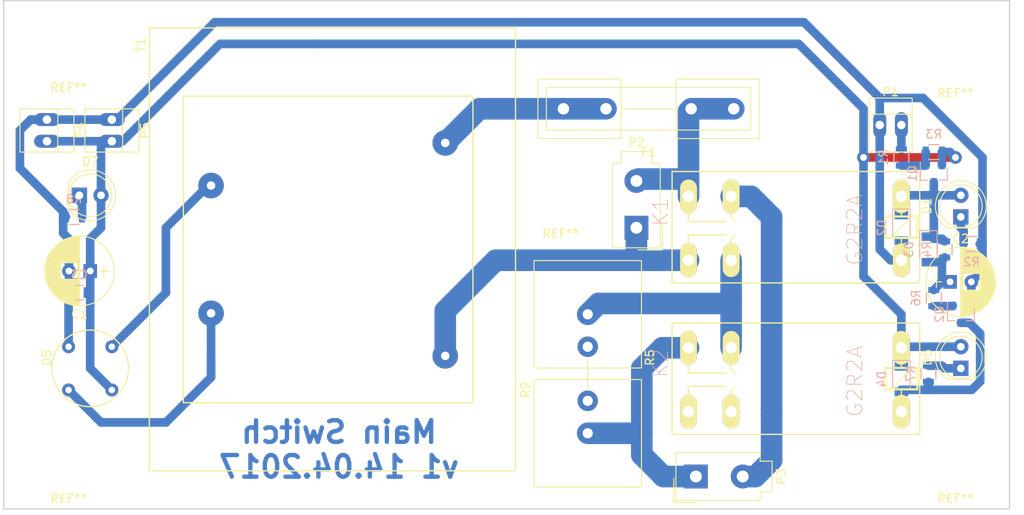
<source format=kicad_pcb>
(kicad_pcb (version 4) (host pcbnew 4.0.6)

  (general
    (links 54)
    (no_connects 1)
    (area 40.131429 34.849999 160.528572 95.409762)
    (thickness 1.6)
    (drawings 5)
    (tracks 152)
    (zones 0)
    (modules 35)
    (nets 23)
  )

  (page A4)
  (layers
    (0 F.Cu signal)
    (31 B.Cu signal)
    (32 B.Adhes user)
    (33 F.Adhes user)
    (34 B.Paste user)
    (35 F.Paste user)
    (36 B.SilkS user)
    (37 F.SilkS user)
    (38 B.Mask user)
    (39 F.Mask user)
    (40 Dwgs.User user)
    (41 Cmts.User user)
    (42 Eco1.User user)
    (43 Eco2.User user)
    (44 Edge.Cuts user)
    (45 Margin user)
    (46 B.CrtYd user)
    (47 F.CrtYd user)
    (48 B.Fab user)
    (49 F.Fab user)
  )

  (setup
    (last_trace_width 1.016)
    (trace_clearance 0.2)
    (zone_clearance 0.508)
    (zone_45_only no)
    (trace_min 0.2)
    (segment_width 0.2)
    (edge_width 0.15)
    (via_size 1.5)
    (via_drill 0.8)
    (via_min_size 0.4)
    (via_min_drill 0.3)
    (uvia_size 0.3)
    (uvia_drill 0.1)
    (uvias_allowed no)
    (uvia_min_size 0.2)
    (uvia_min_drill 0.1)
    (pcb_text_width 0.3)
    (pcb_text_size 1.5 1.5)
    (mod_edge_width 0.15)
    (mod_text_size 1 1)
    (mod_text_width 0.15)
    (pad_size 1.524 1.524)
    (pad_drill 0.762)
    (pad_to_mask_clearance 0.2)
    (aux_axis_origin 0 0)
    (visible_elements 7FFEFFFF)
    (pcbplotparams
      (layerselection 0x00030_80000001)
      (usegerberextensions false)
      (excludeedgelayer true)
      (linewidth 0.100000)
      (plotframeref false)
      (viasonmask false)
      (mode 1)
      (useauxorigin false)
      (hpglpennumber 1)
      (hpglpenspeed 20)
      (hpglpendiameter 15)
      (hpglpenoverlay 2)
      (psnegative false)
      (psa4output false)
      (plotreference true)
      (plotvalue true)
      (plotinvisibletext false)
      (padsonsilk false)
      (subtractmaskfromsilk false)
      (outputformat 1)
      (mirror false)
      (drillshape 1)
      (scaleselection 1)
      (outputdirectory ""))
  )

  (net 0 "")
  (net 1 +12V)
  (net 2 GND)
  (net 3 "Net-(C2-Pad1)")
  (net 4 "Net-(D1-Pad1)")
  (net 5 "Net-(D1-Pad2)")
  (net 6 "Net-(D4-Pad2)")
  (net 7 "Net-(D5-Pad2)")
  (net 8 "Net-(D5-Pad4)")
  (net 9 "Net-(D6-Pad1)")
  (net 10 "Net-(D7-Pad1)")
  (net 11 "Net-(F1-Pad1)")
  (net 12 "Net-(K1-PadP2)")
  (net 13 "Net-(K1-PadS1)")
  (net 14 "Net-(K2-PadS1)")
  (net 15 "Net-(P1-Pad2)")
  (net 16 "Net-(Q1-Pad1)")
  (net 17 "Net-(Q2-Pad1)")
  (net 18 "Net-(F1-Pad2)")
  (net 19 "Net-(R5-Pad2)")
  (net 20 "Net-(K1-PadP1)")
  (net 21 "Net-(K2-PadP1)")
  (net 22 "Net-(K2-PadS2)")

  (net_class Default "This is the default net class."
    (clearance 0.2)
    (trace_width 1.016)
    (via_dia 1.5)
    (via_drill 0.8)
    (uvia_dia 0.3)
    (uvia_drill 0.1)
    (add_net +12V)
    (add_net GND)
    (add_net "Net-(C2-Pad1)")
    (add_net "Net-(D1-Pad1)")
    (add_net "Net-(D1-Pad2)")
    (add_net "Net-(D4-Pad2)")
    (add_net "Net-(D5-Pad2)")
    (add_net "Net-(D5-Pad4)")
    (add_net "Net-(D6-Pad1)")
    (add_net "Net-(D7-Pad1)")
    (add_net "Net-(P1-Pad2)")
    (add_net "Net-(Q1-Pad1)")
    (add_net "Net-(Q2-Pad1)")
  )

  (net_class Power ""
    (clearance 0.2)
    (trace_width 2.54)
    (via_dia 1.5)
    (via_drill 0.8)
    (uvia_dia 0.3)
    (uvia_drill 0.1)
    (add_net "Net-(F1-Pad1)")
    (add_net "Net-(F1-Pad2)")
    (add_net "Net-(K1-PadP1)")
    (add_net "Net-(K1-PadP2)")
    (add_net "Net-(K1-PadS1)")
    (add_net "Net-(K2-PadP1)")
    (add_net "Net-(K2-PadS1)")
    (add_net "Net-(K2-PadS2)")
    (add_net "Net-(R5-Pad2)")
  )

  (module Mounting_Holes:MountingHole_3.5mm (layer F.Cu) (tedit 56D1B4CB) (tstamp 58F11CAE)
    (at 106.045 57.785 180)
    (descr "Mounting Hole 3.5mm, no annular")
    (tags "mounting hole 3.5mm no annular")
    (fp_text reference REF** (at 0 -4.5 180) (layer F.SilkS)
      (effects (font (size 1 1) (thickness 0.15)))
    )
    (fp_text value MountingHole_3.5mm (at 0 4.5 180) (layer F.Fab)
      (effects (font (size 1 1) (thickness 0.15)))
    )
    (fp_circle (center 0 0) (end 3.5 0) (layer Cmts.User) (width 0.15))
    (fp_circle (center 0 0) (end 3.75 0) (layer F.CrtYd) (width 0.05))
    (pad 1 np_thru_hole circle (at 0 0 180) (size 3.5 3.5) (drill 3.5) (layers *.Cu *.Mask))
  )

  (module Mounting_Holes:MountingHole_3.5mm (layer F.Cu) (tedit 56D1B4CB) (tstamp 58A82CBD)
    (at 152.4 88.9 180)
    (descr "Mounting Hole 3.5mm, no annular")
    (tags "mounting hole 3.5mm no annular")
    (fp_text reference REF** (at 0 -4.5 180) (layer F.SilkS)
      (effects (font (size 1 1) (thickness 0.15)))
    )
    (fp_text value MountingHole_3.5mm (at 0 4.5 180) (layer F.Fab)
      (effects (font (size 1 1) (thickness 0.15)))
    )
    (fp_circle (center 0 0) (end 3.5 0) (layer Cmts.User) (width 0.15))
    (fp_circle (center 0 0) (end 3.75 0) (layer F.CrtYd) (width 0.05))
    (pad 1 np_thru_hole circle (at 0 0 180) (size 3.5 3.5) (drill 3.5) (layers *.Cu *.Mask))
  )

  (module Mounting_Holes:MountingHole_3.5mm (layer F.Cu) (tedit 56D1B4CB) (tstamp 58A82C94)
    (at 152.4 41.275 180)
    (descr "Mounting Hole 3.5mm, no annular")
    (tags "mounting hole 3.5mm no annular")
    (fp_text reference REF** (at 0 -4.5 180) (layer F.SilkS)
      (effects (font (size 1 1) (thickness 0.15)))
    )
    (fp_text value MountingHole_3.5mm (at 0 4.5 180) (layer F.Fab)
      (effects (font (size 1 1) (thickness 0.15)))
    )
    (fp_circle (center 0 0) (end 3.5 0) (layer Cmts.User) (width 0.15))
    (fp_circle (center 0 0) (end 3.75 0) (layer F.CrtYd) (width 0.05))
    (pad 1 np_thru_hole circle (at 0 0 180) (size 3.5 3.5) (drill 3.5) (layers *.Cu *.Mask))
  )

  (module Mounting_Holes:MountingHole_3.5mm (layer F.Cu) (tedit 56D1B4CB) (tstamp 58A82105)
    (at 48.26 40.64 180)
    (descr "Mounting Hole 3.5mm, no annular")
    (tags "mounting hole 3.5mm no annular")
    (fp_text reference REF** (at 0 -4.5 180) (layer F.SilkS)
      (effects (font (size 1 1) (thickness 0.15)))
    )
    (fp_text value MountingHole_3.5mm (at 0 4.5 180) (layer F.Fab)
      (effects (font (size 1 1) (thickness 0.15)))
    )
    (fp_circle (center 0 0) (end 3.5 0) (layer Cmts.User) (width 0.15))
    (fp_circle (center 0 0) (end 3.75 0) (layer F.CrtYd) (width 0.05))
    (pad 1 np_thru_hole circle (at 0 0 180) (size 3.5 3.5) (drill 3.5) (layers *.Cu *.Mask))
  )

  (module Capacitors_THT:CP_Radial_D8.0mm_P2.50mm (layer F.Cu) (tedit 58765D06) (tstamp 58A61CD9)
    (at 50.8 66.675 180)
    (descr "CP, Radial series, Radial, pin pitch=2.50mm, , diameter=8mm, Electrolytic Capacitor")
    (tags "CP Radial series Radial pin pitch 2.50mm  diameter 8mm Electrolytic Capacitor")
    (path /587E85B6)
    (fp_text reference C1 (at 1.25 -5.06 180) (layer F.SilkS)
      (effects (font (size 1 1) (thickness 0.15)))
    )
    (fp_text value 470u (at 1.25 5.06 180) (layer F.Fab)
      (effects (font (size 1 1) (thickness 0.15)))
    )
    (fp_circle (center 1.25 0) (end 5.25 0) (layer F.Fab) (width 0.1))
    (fp_circle (center 1.25 0) (end 5.34 0) (layer F.SilkS) (width 0.12))
    (fp_line (start -2.2 0) (end -1 0) (layer F.Fab) (width 0.1))
    (fp_line (start -1.6 -0.65) (end -1.6 0.65) (layer F.Fab) (width 0.1))
    (fp_line (start 1.25 -4.05) (end 1.25 4.05) (layer F.SilkS) (width 0.12))
    (fp_line (start 1.29 -4.05) (end 1.29 4.05) (layer F.SilkS) (width 0.12))
    (fp_line (start 1.33 -4.05) (end 1.33 4.05) (layer F.SilkS) (width 0.12))
    (fp_line (start 1.37 -4.049) (end 1.37 4.049) (layer F.SilkS) (width 0.12))
    (fp_line (start 1.41 -4.047) (end 1.41 4.047) (layer F.SilkS) (width 0.12))
    (fp_line (start 1.45 -4.046) (end 1.45 4.046) (layer F.SilkS) (width 0.12))
    (fp_line (start 1.49 -4.043) (end 1.49 4.043) (layer F.SilkS) (width 0.12))
    (fp_line (start 1.53 -4.041) (end 1.53 -0.98) (layer F.SilkS) (width 0.12))
    (fp_line (start 1.53 0.98) (end 1.53 4.041) (layer F.SilkS) (width 0.12))
    (fp_line (start 1.57 -4.038) (end 1.57 -0.98) (layer F.SilkS) (width 0.12))
    (fp_line (start 1.57 0.98) (end 1.57 4.038) (layer F.SilkS) (width 0.12))
    (fp_line (start 1.61 -4.035) (end 1.61 -0.98) (layer F.SilkS) (width 0.12))
    (fp_line (start 1.61 0.98) (end 1.61 4.035) (layer F.SilkS) (width 0.12))
    (fp_line (start 1.65 -4.031) (end 1.65 -0.98) (layer F.SilkS) (width 0.12))
    (fp_line (start 1.65 0.98) (end 1.65 4.031) (layer F.SilkS) (width 0.12))
    (fp_line (start 1.69 -4.027) (end 1.69 -0.98) (layer F.SilkS) (width 0.12))
    (fp_line (start 1.69 0.98) (end 1.69 4.027) (layer F.SilkS) (width 0.12))
    (fp_line (start 1.73 -4.022) (end 1.73 -0.98) (layer F.SilkS) (width 0.12))
    (fp_line (start 1.73 0.98) (end 1.73 4.022) (layer F.SilkS) (width 0.12))
    (fp_line (start 1.77 -4.017) (end 1.77 -0.98) (layer F.SilkS) (width 0.12))
    (fp_line (start 1.77 0.98) (end 1.77 4.017) (layer F.SilkS) (width 0.12))
    (fp_line (start 1.81 -4.012) (end 1.81 -0.98) (layer F.SilkS) (width 0.12))
    (fp_line (start 1.81 0.98) (end 1.81 4.012) (layer F.SilkS) (width 0.12))
    (fp_line (start 1.85 -4.006) (end 1.85 -0.98) (layer F.SilkS) (width 0.12))
    (fp_line (start 1.85 0.98) (end 1.85 4.006) (layer F.SilkS) (width 0.12))
    (fp_line (start 1.89 -4) (end 1.89 -0.98) (layer F.SilkS) (width 0.12))
    (fp_line (start 1.89 0.98) (end 1.89 4) (layer F.SilkS) (width 0.12))
    (fp_line (start 1.93 -3.994) (end 1.93 -0.98) (layer F.SilkS) (width 0.12))
    (fp_line (start 1.93 0.98) (end 1.93 3.994) (layer F.SilkS) (width 0.12))
    (fp_line (start 1.971 -3.987) (end 1.971 -0.98) (layer F.SilkS) (width 0.12))
    (fp_line (start 1.971 0.98) (end 1.971 3.987) (layer F.SilkS) (width 0.12))
    (fp_line (start 2.011 -3.979) (end 2.011 -0.98) (layer F.SilkS) (width 0.12))
    (fp_line (start 2.011 0.98) (end 2.011 3.979) (layer F.SilkS) (width 0.12))
    (fp_line (start 2.051 -3.971) (end 2.051 -0.98) (layer F.SilkS) (width 0.12))
    (fp_line (start 2.051 0.98) (end 2.051 3.971) (layer F.SilkS) (width 0.12))
    (fp_line (start 2.091 -3.963) (end 2.091 -0.98) (layer F.SilkS) (width 0.12))
    (fp_line (start 2.091 0.98) (end 2.091 3.963) (layer F.SilkS) (width 0.12))
    (fp_line (start 2.131 -3.955) (end 2.131 -0.98) (layer F.SilkS) (width 0.12))
    (fp_line (start 2.131 0.98) (end 2.131 3.955) (layer F.SilkS) (width 0.12))
    (fp_line (start 2.171 -3.946) (end 2.171 -0.98) (layer F.SilkS) (width 0.12))
    (fp_line (start 2.171 0.98) (end 2.171 3.946) (layer F.SilkS) (width 0.12))
    (fp_line (start 2.211 -3.936) (end 2.211 -0.98) (layer F.SilkS) (width 0.12))
    (fp_line (start 2.211 0.98) (end 2.211 3.936) (layer F.SilkS) (width 0.12))
    (fp_line (start 2.251 -3.926) (end 2.251 -0.98) (layer F.SilkS) (width 0.12))
    (fp_line (start 2.251 0.98) (end 2.251 3.926) (layer F.SilkS) (width 0.12))
    (fp_line (start 2.291 -3.916) (end 2.291 -0.98) (layer F.SilkS) (width 0.12))
    (fp_line (start 2.291 0.98) (end 2.291 3.916) (layer F.SilkS) (width 0.12))
    (fp_line (start 2.331 -3.905) (end 2.331 -0.98) (layer F.SilkS) (width 0.12))
    (fp_line (start 2.331 0.98) (end 2.331 3.905) (layer F.SilkS) (width 0.12))
    (fp_line (start 2.371 -3.894) (end 2.371 -0.98) (layer F.SilkS) (width 0.12))
    (fp_line (start 2.371 0.98) (end 2.371 3.894) (layer F.SilkS) (width 0.12))
    (fp_line (start 2.411 -3.883) (end 2.411 -0.98) (layer F.SilkS) (width 0.12))
    (fp_line (start 2.411 0.98) (end 2.411 3.883) (layer F.SilkS) (width 0.12))
    (fp_line (start 2.451 -3.87) (end 2.451 -0.98) (layer F.SilkS) (width 0.12))
    (fp_line (start 2.451 0.98) (end 2.451 3.87) (layer F.SilkS) (width 0.12))
    (fp_line (start 2.491 -3.858) (end 2.491 -0.98) (layer F.SilkS) (width 0.12))
    (fp_line (start 2.491 0.98) (end 2.491 3.858) (layer F.SilkS) (width 0.12))
    (fp_line (start 2.531 -3.845) (end 2.531 -0.98) (layer F.SilkS) (width 0.12))
    (fp_line (start 2.531 0.98) (end 2.531 3.845) (layer F.SilkS) (width 0.12))
    (fp_line (start 2.571 -3.832) (end 2.571 -0.98) (layer F.SilkS) (width 0.12))
    (fp_line (start 2.571 0.98) (end 2.571 3.832) (layer F.SilkS) (width 0.12))
    (fp_line (start 2.611 -3.818) (end 2.611 -0.98) (layer F.SilkS) (width 0.12))
    (fp_line (start 2.611 0.98) (end 2.611 3.818) (layer F.SilkS) (width 0.12))
    (fp_line (start 2.651 -3.803) (end 2.651 -0.98) (layer F.SilkS) (width 0.12))
    (fp_line (start 2.651 0.98) (end 2.651 3.803) (layer F.SilkS) (width 0.12))
    (fp_line (start 2.691 -3.789) (end 2.691 -0.98) (layer F.SilkS) (width 0.12))
    (fp_line (start 2.691 0.98) (end 2.691 3.789) (layer F.SilkS) (width 0.12))
    (fp_line (start 2.731 -3.773) (end 2.731 -0.98) (layer F.SilkS) (width 0.12))
    (fp_line (start 2.731 0.98) (end 2.731 3.773) (layer F.SilkS) (width 0.12))
    (fp_line (start 2.771 -3.758) (end 2.771 -0.98) (layer F.SilkS) (width 0.12))
    (fp_line (start 2.771 0.98) (end 2.771 3.758) (layer F.SilkS) (width 0.12))
    (fp_line (start 2.811 -3.741) (end 2.811 -0.98) (layer F.SilkS) (width 0.12))
    (fp_line (start 2.811 0.98) (end 2.811 3.741) (layer F.SilkS) (width 0.12))
    (fp_line (start 2.851 -3.725) (end 2.851 -0.98) (layer F.SilkS) (width 0.12))
    (fp_line (start 2.851 0.98) (end 2.851 3.725) (layer F.SilkS) (width 0.12))
    (fp_line (start 2.891 -3.707) (end 2.891 -0.98) (layer F.SilkS) (width 0.12))
    (fp_line (start 2.891 0.98) (end 2.891 3.707) (layer F.SilkS) (width 0.12))
    (fp_line (start 2.931 -3.69) (end 2.931 -0.98) (layer F.SilkS) (width 0.12))
    (fp_line (start 2.931 0.98) (end 2.931 3.69) (layer F.SilkS) (width 0.12))
    (fp_line (start 2.971 -3.671) (end 2.971 -0.98) (layer F.SilkS) (width 0.12))
    (fp_line (start 2.971 0.98) (end 2.971 3.671) (layer F.SilkS) (width 0.12))
    (fp_line (start 3.011 -3.652) (end 3.011 -0.98) (layer F.SilkS) (width 0.12))
    (fp_line (start 3.011 0.98) (end 3.011 3.652) (layer F.SilkS) (width 0.12))
    (fp_line (start 3.051 -3.633) (end 3.051 -0.98) (layer F.SilkS) (width 0.12))
    (fp_line (start 3.051 0.98) (end 3.051 3.633) (layer F.SilkS) (width 0.12))
    (fp_line (start 3.091 -3.613) (end 3.091 -0.98) (layer F.SilkS) (width 0.12))
    (fp_line (start 3.091 0.98) (end 3.091 3.613) (layer F.SilkS) (width 0.12))
    (fp_line (start 3.131 -3.593) (end 3.131 -0.98) (layer F.SilkS) (width 0.12))
    (fp_line (start 3.131 0.98) (end 3.131 3.593) (layer F.SilkS) (width 0.12))
    (fp_line (start 3.171 -3.572) (end 3.171 -0.98) (layer F.SilkS) (width 0.12))
    (fp_line (start 3.171 0.98) (end 3.171 3.572) (layer F.SilkS) (width 0.12))
    (fp_line (start 3.211 -3.55) (end 3.211 -0.98) (layer F.SilkS) (width 0.12))
    (fp_line (start 3.211 0.98) (end 3.211 3.55) (layer F.SilkS) (width 0.12))
    (fp_line (start 3.251 -3.528) (end 3.251 -0.98) (layer F.SilkS) (width 0.12))
    (fp_line (start 3.251 0.98) (end 3.251 3.528) (layer F.SilkS) (width 0.12))
    (fp_line (start 3.291 -3.505) (end 3.291 -0.98) (layer F.SilkS) (width 0.12))
    (fp_line (start 3.291 0.98) (end 3.291 3.505) (layer F.SilkS) (width 0.12))
    (fp_line (start 3.331 -3.482) (end 3.331 -0.98) (layer F.SilkS) (width 0.12))
    (fp_line (start 3.331 0.98) (end 3.331 3.482) (layer F.SilkS) (width 0.12))
    (fp_line (start 3.371 -3.458) (end 3.371 -0.98) (layer F.SilkS) (width 0.12))
    (fp_line (start 3.371 0.98) (end 3.371 3.458) (layer F.SilkS) (width 0.12))
    (fp_line (start 3.411 -3.434) (end 3.411 -0.98) (layer F.SilkS) (width 0.12))
    (fp_line (start 3.411 0.98) (end 3.411 3.434) (layer F.SilkS) (width 0.12))
    (fp_line (start 3.451 -3.408) (end 3.451 -0.98) (layer F.SilkS) (width 0.12))
    (fp_line (start 3.451 0.98) (end 3.451 3.408) (layer F.SilkS) (width 0.12))
    (fp_line (start 3.491 -3.383) (end 3.491 3.383) (layer F.SilkS) (width 0.12))
    (fp_line (start 3.531 -3.356) (end 3.531 3.356) (layer F.SilkS) (width 0.12))
    (fp_line (start 3.571 -3.329) (end 3.571 3.329) (layer F.SilkS) (width 0.12))
    (fp_line (start 3.611 -3.301) (end 3.611 3.301) (layer F.SilkS) (width 0.12))
    (fp_line (start 3.651 -3.272) (end 3.651 3.272) (layer F.SilkS) (width 0.12))
    (fp_line (start 3.691 -3.243) (end 3.691 3.243) (layer F.SilkS) (width 0.12))
    (fp_line (start 3.731 -3.213) (end 3.731 3.213) (layer F.SilkS) (width 0.12))
    (fp_line (start 3.771 -3.182) (end 3.771 3.182) (layer F.SilkS) (width 0.12))
    (fp_line (start 3.811 -3.15) (end 3.811 3.15) (layer F.SilkS) (width 0.12))
    (fp_line (start 3.851 -3.118) (end 3.851 3.118) (layer F.SilkS) (width 0.12))
    (fp_line (start 3.891 -3.084) (end 3.891 3.084) (layer F.SilkS) (width 0.12))
    (fp_line (start 3.931 -3.05) (end 3.931 3.05) (layer F.SilkS) (width 0.12))
    (fp_line (start 3.971 -3.015) (end 3.971 3.015) (layer F.SilkS) (width 0.12))
    (fp_line (start 4.011 -2.979) (end 4.011 2.979) (layer F.SilkS) (width 0.12))
    (fp_line (start 4.051 -2.942) (end 4.051 2.942) (layer F.SilkS) (width 0.12))
    (fp_line (start 4.091 -2.904) (end 4.091 2.904) (layer F.SilkS) (width 0.12))
    (fp_line (start 4.131 -2.865) (end 4.131 2.865) (layer F.SilkS) (width 0.12))
    (fp_line (start 4.171 -2.824) (end 4.171 2.824) (layer F.SilkS) (width 0.12))
    (fp_line (start 4.211 -2.783) (end 4.211 2.783) (layer F.SilkS) (width 0.12))
    (fp_line (start 4.251 -2.74) (end 4.251 2.74) (layer F.SilkS) (width 0.12))
    (fp_line (start 4.291 -2.697) (end 4.291 2.697) (layer F.SilkS) (width 0.12))
    (fp_line (start 4.331 -2.652) (end 4.331 2.652) (layer F.SilkS) (width 0.12))
    (fp_line (start 4.371 -2.605) (end 4.371 2.605) (layer F.SilkS) (width 0.12))
    (fp_line (start 4.411 -2.557) (end 4.411 2.557) (layer F.SilkS) (width 0.12))
    (fp_line (start 4.451 -2.508) (end 4.451 2.508) (layer F.SilkS) (width 0.12))
    (fp_line (start 4.491 -2.457) (end 4.491 2.457) (layer F.SilkS) (width 0.12))
    (fp_line (start 4.531 -2.404) (end 4.531 2.404) (layer F.SilkS) (width 0.12))
    (fp_line (start 4.571 -2.349) (end 4.571 2.349) (layer F.SilkS) (width 0.12))
    (fp_line (start 4.611 -2.293) (end 4.611 2.293) (layer F.SilkS) (width 0.12))
    (fp_line (start 4.651 -2.234) (end 4.651 2.234) (layer F.SilkS) (width 0.12))
    (fp_line (start 4.691 -2.173) (end 4.691 2.173) (layer F.SilkS) (width 0.12))
    (fp_line (start 4.731 -2.109) (end 4.731 2.109) (layer F.SilkS) (width 0.12))
    (fp_line (start 4.771 -2.043) (end 4.771 2.043) (layer F.SilkS) (width 0.12))
    (fp_line (start 4.811 -1.974) (end 4.811 1.974) (layer F.SilkS) (width 0.12))
    (fp_line (start 4.851 -1.902) (end 4.851 1.902) (layer F.SilkS) (width 0.12))
    (fp_line (start 4.891 -1.826) (end 4.891 1.826) (layer F.SilkS) (width 0.12))
    (fp_line (start 4.931 -1.745) (end 4.931 1.745) (layer F.SilkS) (width 0.12))
    (fp_line (start 4.971 -1.66) (end 4.971 1.66) (layer F.SilkS) (width 0.12))
    (fp_line (start 5.011 -1.57) (end 5.011 1.57) (layer F.SilkS) (width 0.12))
    (fp_line (start 5.051 -1.473) (end 5.051 1.473) (layer F.SilkS) (width 0.12))
    (fp_line (start 5.091 -1.369) (end 5.091 1.369) (layer F.SilkS) (width 0.12))
    (fp_line (start 5.131 -1.254) (end 5.131 1.254) (layer F.SilkS) (width 0.12))
    (fp_line (start 5.171 -1.127) (end 5.171 1.127) (layer F.SilkS) (width 0.12))
    (fp_line (start 5.211 -0.983) (end 5.211 0.983) (layer F.SilkS) (width 0.12))
    (fp_line (start 5.251 -0.814) (end 5.251 0.814) (layer F.SilkS) (width 0.12))
    (fp_line (start 5.291 -0.598) (end 5.291 0.598) (layer F.SilkS) (width 0.12))
    (fp_line (start 5.331 -0.246) (end 5.331 0.246) (layer F.SilkS) (width 0.12))
    (fp_line (start -2.2 0) (end -1 0) (layer F.SilkS) (width 0.12))
    (fp_line (start -1.6 -0.65) (end -1.6 0.65) (layer F.SilkS) (width 0.12))
    (fp_line (start -3.1 -4.35) (end -3.1 4.35) (layer F.CrtYd) (width 0.05))
    (fp_line (start -3.1 4.35) (end 5.6 4.35) (layer F.CrtYd) (width 0.05))
    (fp_line (start 5.6 4.35) (end 5.6 -4.35) (layer F.CrtYd) (width 0.05))
    (fp_line (start 5.6 -4.35) (end -3.1 -4.35) (layer F.CrtYd) (width 0.05))
    (pad 1 thru_hole rect (at 0 0 180) (size 1.6 1.6) (drill 0.8) (layers *.Cu *.Mask)
      (net 1 +12V))
    (pad 2 thru_hole circle (at 2.5 0 180) (size 1.6 1.6) (drill 0.8) (layers *.Cu *.Mask)
      (net 2 GND))
    (model Capacitors_ThroughHole.3dshapes/CP_Radial_D8.0mm_P2.50mm.wrl
      (at (xyz 0 0 0))
      (scale (xyz 0.393701 0.393701 0.393701))
      (rotate (xyz 0 0 0))
    )
  )

  (module Capacitors_THT:CP_Radial_D8.0mm_P2.50mm (layer F.Cu) (tedit 58765D06) (tstamp 58A61CDF)
    (at 151.765 67.945)
    (descr "CP, Radial series, Radial, pin pitch=2.50mm, , diameter=8mm, Electrolytic Capacitor")
    (tags "CP Radial series Radial pin pitch 2.50mm  diameter 8mm Electrolytic Capacitor")
    (path /58851BB8)
    (fp_text reference C2 (at 1.25 -5.06) (layer F.SilkS)
      (effects (font (size 1 1) (thickness 0.15)))
    )
    (fp_text value CP (at 1.25 5.06) (layer F.Fab)
      (effects (font (size 1 1) (thickness 0.15)))
    )
    (fp_circle (center 1.25 0) (end 5.25 0) (layer F.Fab) (width 0.1))
    (fp_circle (center 1.25 0) (end 5.34 0) (layer F.SilkS) (width 0.12))
    (fp_line (start -2.2 0) (end -1 0) (layer F.Fab) (width 0.1))
    (fp_line (start -1.6 -0.65) (end -1.6 0.65) (layer F.Fab) (width 0.1))
    (fp_line (start 1.25 -4.05) (end 1.25 4.05) (layer F.SilkS) (width 0.12))
    (fp_line (start 1.29 -4.05) (end 1.29 4.05) (layer F.SilkS) (width 0.12))
    (fp_line (start 1.33 -4.05) (end 1.33 4.05) (layer F.SilkS) (width 0.12))
    (fp_line (start 1.37 -4.049) (end 1.37 4.049) (layer F.SilkS) (width 0.12))
    (fp_line (start 1.41 -4.047) (end 1.41 4.047) (layer F.SilkS) (width 0.12))
    (fp_line (start 1.45 -4.046) (end 1.45 4.046) (layer F.SilkS) (width 0.12))
    (fp_line (start 1.49 -4.043) (end 1.49 4.043) (layer F.SilkS) (width 0.12))
    (fp_line (start 1.53 -4.041) (end 1.53 -0.98) (layer F.SilkS) (width 0.12))
    (fp_line (start 1.53 0.98) (end 1.53 4.041) (layer F.SilkS) (width 0.12))
    (fp_line (start 1.57 -4.038) (end 1.57 -0.98) (layer F.SilkS) (width 0.12))
    (fp_line (start 1.57 0.98) (end 1.57 4.038) (layer F.SilkS) (width 0.12))
    (fp_line (start 1.61 -4.035) (end 1.61 -0.98) (layer F.SilkS) (width 0.12))
    (fp_line (start 1.61 0.98) (end 1.61 4.035) (layer F.SilkS) (width 0.12))
    (fp_line (start 1.65 -4.031) (end 1.65 -0.98) (layer F.SilkS) (width 0.12))
    (fp_line (start 1.65 0.98) (end 1.65 4.031) (layer F.SilkS) (width 0.12))
    (fp_line (start 1.69 -4.027) (end 1.69 -0.98) (layer F.SilkS) (width 0.12))
    (fp_line (start 1.69 0.98) (end 1.69 4.027) (layer F.SilkS) (width 0.12))
    (fp_line (start 1.73 -4.022) (end 1.73 -0.98) (layer F.SilkS) (width 0.12))
    (fp_line (start 1.73 0.98) (end 1.73 4.022) (layer F.SilkS) (width 0.12))
    (fp_line (start 1.77 -4.017) (end 1.77 -0.98) (layer F.SilkS) (width 0.12))
    (fp_line (start 1.77 0.98) (end 1.77 4.017) (layer F.SilkS) (width 0.12))
    (fp_line (start 1.81 -4.012) (end 1.81 -0.98) (layer F.SilkS) (width 0.12))
    (fp_line (start 1.81 0.98) (end 1.81 4.012) (layer F.SilkS) (width 0.12))
    (fp_line (start 1.85 -4.006) (end 1.85 -0.98) (layer F.SilkS) (width 0.12))
    (fp_line (start 1.85 0.98) (end 1.85 4.006) (layer F.SilkS) (width 0.12))
    (fp_line (start 1.89 -4) (end 1.89 -0.98) (layer F.SilkS) (width 0.12))
    (fp_line (start 1.89 0.98) (end 1.89 4) (layer F.SilkS) (width 0.12))
    (fp_line (start 1.93 -3.994) (end 1.93 -0.98) (layer F.SilkS) (width 0.12))
    (fp_line (start 1.93 0.98) (end 1.93 3.994) (layer F.SilkS) (width 0.12))
    (fp_line (start 1.971 -3.987) (end 1.971 -0.98) (layer F.SilkS) (width 0.12))
    (fp_line (start 1.971 0.98) (end 1.971 3.987) (layer F.SilkS) (width 0.12))
    (fp_line (start 2.011 -3.979) (end 2.011 -0.98) (layer F.SilkS) (width 0.12))
    (fp_line (start 2.011 0.98) (end 2.011 3.979) (layer F.SilkS) (width 0.12))
    (fp_line (start 2.051 -3.971) (end 2.051 -0.98) (layer F.SilkS) (width 0.12))
    (fp_line (start 2.051 0.98) (end 2.051 3.971) (layer F.SilkS) (width 0.12))
    (fp_line (start 2.091 -3.963) (end 2.091 -0.98) (layer F.SilkS) (width 0.12))
    (fp_line (start 2.091 0.98) (end 2.091 3.963) (layer F.SilkS) (width 0.12))
    (fp_line (start 2.131 -3.955) (end 2.131 -0.98) (layer F.SilkS) (width 0.12))
    (fp_line (start 2.131 0.98) (end 2.131 3.955) (layer F.SilkS) (width 0.12))
    (fp_line (start 2.171 -3.946) (end 2.171 -0.98) (layer F.SilkS) (width 0.12))
    (fp_line (start 2.171 0.98) (end 2.171 3.946) (layer F.SilkS) (width 0.12))
    (fp_line (start 2.211 -3.936) (end 2.211 -0.98) (layer F.SilkS) (width 0.12))
    (fp_line (start 2.211 0.98) (end 2.211 3.936) (layer F.SilkS) (width 0.12))
    (fp_line (start 2.251 -3.926) (end 2.251 -0.98) (layer F.SilkS) (width 0.12))
    (fp_line (start 2.251 0.98) (end 2.251 3.926) (layer F.SilkS) (width 0.12))
    (fp_line (start 2.291 -3.916) (end 2.291 -0.98) (layer F.SilkS) (width 0.12))
    (fp_line (start 2.291 0.98) (end 2.291 3.916) (layer F.SilkS) (width 0.12))
    (fp_line (start 2.331 -3.905) (end 2.331 -0.98) (layer F.SilkS) (width 0.12))
    (fp_line (start 2.331 0.98) (end 2.331 3.905) (layer F.SilkS) (width 0.12))
    (fp_line (start 2.371 -3.894) (end 2.371 -0.98) (layer F.SilkS) (width 0.12))
    (fp_line (start 2.371 0.98) (end 2.371 3.894) (layer F.SilkS) (width 0.12))
    (fp_line (start 2.411 -3.883) (end 2.411 -0.98) (layer F.SilkS) (width 0.12))
    (fp_line (start 2.411 0.98) (end 2.411 3.883) (layer F.SilkS) (width 0.12))
    (fp_line (start 2.451 -3.87) (end 2.451 -0.98) (layer F.SilkS) (width 0.12))
    (fp_line (start 2.451 0.98) (end 2.451 3.87) (layer F.SilkS) (width 0.12))
    (fp_line (start 2.491 -3.858) (end 2.491 -0.98) (layer F.SilkS) (width 0.12))
    (fp_line (start 2.491 0.98) (end 2.491 3.858) (layer F.SilkS) (width 0.12))
    (fp_line (start 2.531 -3.845) (end 2.531 -0.98) (layer F.SilkS) (width 0.12))
    (fp_line (start 2.531 0.98) (end 2.531 3.845) (layer F.SilkS) (width 0.12))
    (fp_line (start 2.571 -3.832) (end 2.571 -0.98) (layer F.SilkS) (width 0.12))
    (fp_line (start 2.571 0.98) (end 2.571 3.832) (layer F.SilkS) (width 0.12))
    (fp_line (start 2.611 -3.818) (end 2.611 -0.98) (layer F.SilkS) (width 0.12))
    (fp_line (start 2.611 0.98) (end 2.611 3.818) (layer F.SilkS) (width 0.12))
    (fp_line (start 2.651 -3.803) (end 2.651 -0.98) (layer F.SilkS) (width 0.12))
    (fp_line (start 2.651 0.98) (end 2.651 3.803) (layer F.SilkS) (width 0.12))
    (fp_line (start 2.691 -3.789) (end 2.691 -0.98) (layer F.SilkS) (width 0.12))
    (fp_line (start 2.691 0.98) (end 2.691 3.789) (layer F.SilkS) (width 0.12))
    (fp_line (start 2.731 -3.773) (end 2.731 -0.98) (layer F.SilkS) (width 0.12))
    (fp_line (start 2.731 0.98) (end 2.731 3.773) (layer F.SilkS) (width 0.12))
    (fp_line (start 2.771 -3.758) (end 2.771 -0.98) (layer F.SilkS) (width 0.12))
    (fp_line (start 2.771 0.98) (end 2.771 3.758) (layer F.SilkS) (width 0.12))
    (fp_line (start 2.811 -3.741) (end 2.811 -0.98) (layer F.SilkS) (width 0.12))
    (fp_line (start 2.811 0.98) (end 2.811 3.741) (layer F.SilkS) (width 0.12))
    (fp_line (start 2.851 -3.725) (end 2.851 -0.98) (layer F.SilkS) (width 0.12))
    (fp_line (start 2.851 0.98) (end 2.851 3.725) (layer F.SilkS) (width 0.12))
    (fp_line (start 2.891 -3.707) (end 2.891 -0.98) (layer F.SilkS) (width 0.12))
    (fp_line (start 2.891 0.98) (end 2.891 3.707) (layer F.SilkS) (width 0.12))
    (fp_line (start 2.931 -3.69) (end 2.931 -0.98) (layer F.SilkS) (width 0.12))
    (fp_line (start 2.931 0.98) (end 2.931 3.69) (layer F.SilkS) (width 0.12))
    (fp_line (start 2.971 -3.671) (end 2.971 -0.98) (layer F.SilkS) (width 0.12))
    (fp_line (start 2.971 0.98) (end 2.971 3.671) (layer F.SilkS) (width 0.12))
    (fp_line (start 3.011 -3.652) (end 3.011 -0.98) (layer F.SilkS) (width 0.12))
    (fp_line (start 3.011 0.98) (end 3.011 3.652) (layer F.SilkS) (width 0.12))
    (fp_line (start 3.051 -3.633) (end 3.051 -0.98) (layer F.SilkS) (width 0.12))
    (fp_line (start 3.051 0.98) (end 3.051 3.633) (layer F.SilkS) (width 0.12))
    (fp_line (start 3.091 -3.613) (end 3.091 -0.98) (layer F.SilkS) (width 0.12))
    (fp_line (start 3.091 0.98) (end 3.091 3.613) (layer F.SilkS) (width 0.12))
    (fp_line (start 3.131 -3.593) (end 3.131 -0.98) (layer F.SilkS) (width 0.12))
    (fp_line (start 3.131 0.98) (end 3.131 3.593) (layer F.SilkS) (width 0.12))
    (fp_line (start 3.171 -3.572) (end 3.171 -0.98) (layer F.SilkS) (width 0.12))
    (fp_line (start 3.171 0.98) (end 3.171 3.572) (layer F.SilkS) (width 0.12))
    (fp_line (start 3.211 -3.55) (end 3.211 -0.98) (layer F.SilkS) (width 0.12))
    (fp_line (start 3.211 0.98) (end 3.211 3.55) (layer F.SilkS) (width 0.12))
    (fp_line (start 3.251 -3.528) (end 3.251 -0.98) (layer F.SilkS) (width 0.12))
    (fp_line (start 3.251 0.98) (end 3.251 3.528) (layer F.SilkS) (width 0.12))
    (fp_line (start 3.291 -3.505) (end 3.291 -0.98) (layer F.SilkS) (width 0.12))
    (fp_line (start 3.291 0.98) (end 3.291 3.505) (layer F.SilkS) (width 0.12))
    (fp_line (start 3.331 -3.482) (end 3.331 -0.98) (layer F.SilkS) (width 0.12))
    (fp_line (start 3.331 0.98) (end 3.331 3.482) (layer F.SilkS) (width 0.12))
    (fp_line (start 3.371 -3.458) (end 3.371 -0.98) (layer F.SilkS) (width 0.12))
    (fp_line (start 3.371 0.98) (end 3.371 3.458) (layer F.SilkS) (width 0.12))
    (fp_line (start 3.411 -3.434) (end 3.411 -0.98) (layer F.SilkS) (width 0.12))
    (fp_line (start 3.411 0.98) (end 3.411 3.434) (layer F.SilkS) (width 0.12))
    (fp_line (start 3.451 -3.408) (end 3.451 -0.98) (layer F.SilkS) (width 0.12))
    (fp_line (start 3.451 0.98) (end 3.451 3.408) (layer F.SilkS) (width 0.12))
    (fp_line (start 3.491 -3.383) (end 3.491 3.383) (layer F.SilkS) (width 0.12))
    (fp_line (start 3.531 -3.356) (end 3.531 3.356) (layer F.SilkS) (width 0.12))
    (fp_line (start 3.571 -3.329) (end 3.571 3.329) (layer F.SilkS) (width 0.12))
    (fp_line (start 3.611 -3.301) (end 3.611 3.301) (layer F.SilkS) (width 0.12))
    (fp_line (start 3.651 -3.272) (end 3.651 3.272) (layer F.SilkS) (width 0.12))
    (fp_line (start 3.691 -3.243) (end 3.691 3.243) (layer F.SilkS) (width 0.12))
    (fp_line (start 3.731 -3.213) (end 3.731 3.213) (layer F.SilkS) (width 0.12))
    (fp_line (start 3.771 -3.182) (end 3.771 3.182) (layer F.SilkS) (width 0.12))
    (fp_line (start 3.811 -3.15) (end 3.811 3.15) (layer F.SilkS) (width 0.12))
    (fp_line (start 3.851 -3.118) (end 3.851 3.118) (layer F.SilkS) (width 0.12))
    (fp_line (start 3.891 -3.084) (end 3.891 3.084) (layer F.SilkS) (width 0.12))
    (fp_line (start 3.931 -3.05) (end 3.931 3.05) (layer F.SilkS) (width 0.12))
    (fp_line (start 3.971 -3.015) (end 3.971 3.015) (layer F.SilkS) (width 0.12))
    (fp_line (start 4.011 -2.979) (end 4.011 2.979) (layer F.SilkS) (width 0.12))
    (fp_line (start 4.051 -2.942) (end 4.051 2.942) (layer F.SilkS) (width 0.12))
    (fp_line (start 4.091 -2.904) (end 4.091 2.904) (layer F.SilkS) (width 0.12))
    (fp_line (start 4.131 -2.865) (end 4.131 2.865) (layer F.SilkS) (width 0.12))
    (fp_line (start 4.171 -2.824) (end 4.171 2.824) (layer F.SilkS) (width 0.12))
    (fp_line (start 4.211 -2.783) (end 4.211 2.783) (layer F.SilkS) (width 0.12))
    (fp_line (start 4.251 -2.74) (end 4.251 2.74) (layer F.SilkS) (width 0.12))
    (fp_line (start 4.291 -2.697) (end 4.291 2.697) (layer F.SilkS) (width 0.12))
    (fp_line (start 4.331 -2.652) (end 4.331 2.652) (layer F.SilkS) (width 0.12))
    (fp_line (start 4.371 -2.605) (end 4.371 2.605) (layer F.SilkS) (width 0.12))
    (fp_line (start 4.411 -2.557) (end 4.411 2.557) (layer F.SilkS) (width 0.12))
    (fp_line (start 4.451 -2.508) (end 4.451 2.508) (layer F.SilkS) (width 0.12))
    (fp_line (start 4.491 -2.457) (end 4.491 2.457) (layer F.SilkS) (width 0.12))
    (fp_line (start 4.531 -2.404) (end 4.531 2.404) (layer F.SilkS) (width 0.12))
    (fp_line (start 4.571 -2.349) (end 4.571 2.349) (layer F.SilkS) (width 0.12))
    (fp_line (start 4.611 -2.293) (end 4.611 2.293) (layer F.SilkS) (width 0.12))
    (fp_line (start 4.651 -2.234) (end 4.651 2.234) (layer F.SilkS) (width 0.12))
    (fp_line (start 4.691 -2.173) (end 4.691 2.173) (layer F.SilkS) (width 0.12))
    (fp_line (start 4.731 -2.109) (end 4.731 2.109) (layer F.SilkS) (width 0.12))
    (fp_line (start 4.771 -2.043) (end 4.771 2.043) (layer F.SilkS) (width 0.12))
    (fp_line (start 4.811 -1.974) (end 4.811 1.974) (layer F.SilkS) (width 0.12))
    (fp_line (start 4.851 -1.902) (end 4.851 1.902) (layer F.SilkS) (width 0.12))
    (fp_line (start 4.891 -1.826) (end 4.891 1.826) (layer F.SilkS) (width 0.12))
    (fp_line (start 4.931 -1.745) (end 4.931 1.745) (layer F.SilkS) (width 0.12))
    (fp_line (start 4.971 -1.66) (end 4.971 1.66) (layer F.SilkS) (width 0.12))
    (fp_line (start 5.011 -1.57) (end 5.011 1.57) (layer F.SilkS) (width 0.12))
    (fp_line (start 5.051 -1.473) (end 5.051 1.473) (layer F.SilkS) (width 0.12))
    (fp_line (start 5.091 -1.369) (end 5.091 1.369) (layer F.SilkS) (width 0.12))
    (fp_line (start 5.131 -1.254) (end 5.131 1.254) (layer F.SilkS) (width 0.12))
    (fp_line (start 5.171 -1.127) (end 5.171 1.127) (layer F.SilkS) (width 0.12))
    (fp_line (start 5.211 -0.983) (end 5.211 0.983) (layer F.SilkS) (width 0.12))
    (fp_line (start 5.251 -0.814) (end 5.251 0.814) (layer F.SilkS) (width 0.12))
    (fp_line (start 5.291 -0.598) (end 5.291 0.598) (layer F.SilkS) (width 0.12))
    (fp_line (start 5.331 -0.246) (end 5.331 0.246) (layer F.SilkS) (width 0.12))
    (fp_line (start -2.2 0) (end -1 0) (layer F.SilkS) (width 0.12))
    (fp_line (start -1.6 -0.65) (end -1.6 0.65) (layer F.SilkS) (width 0.12))
    (fp_line (start -3.1 -4.35) (end -3.1 4.35) (layer F.CrtYd) (width 0.05))
    (fp_line (start -3.1 4.35) (end 5.6 4.35) (layer F.CrtYd) (width 0.05))
    (fp_line (start 5.6 4.35) (end 5.6 -4.35) (layer F.CrtYd) (width 0.05))
    (fp_line (start 5.6 -4.35) (end -3.1 -4.35) (layer F.CrtYd) (width 0.05))
    (pad 1 thru_hole rect (at 0 0) (size 1.6 1.6) (drill 0.8) (layers *.Cu *.Mask)
      (net 3 "Net-(C2-Pad1)"))
    (pad 2 thru_hole circle (at 2.5 0) (size 1.6 1.6) (drill 0.8) (layers *.Cu *.Mask)
      (net 2 GND))
    (model Capacitors_ThroughHole.3dshapes/CP_Radial_D8.0mm_P2.50mm.wrl
      (at (xyz 0 0 0))
      (scale (xyz 0.393701 0.393701 0.393701))
      (rotate (xyz 0 0 0))
    )
  )

  (module Capacitors_SMD:C_0805 (layer B.Cu) (tedit 5415D6EA) (tstamp 58A61CE5)
    (at 49.53 69.215 180)
    (descr "Capacitor SMD 0805, reflow soldering, AVX (see smccp.pdf)")
    (tags "capacitor 0805")
    (path /5882A75F)
    (attr smd)
    (fp_text reference C3 (at 0 2.1 180) (layer B.SilkS)
      (effects (font (size 1 1) (thickness 0.15)) (justify mirror))
    )
    (fp_text value 100n (at 0 -2.1 180) (layer B.Fab)
      (effects (font (size 1 1) (thickness 0.15)) (justify mirror))
    )
    (fp_line (start -1 -0.625) (end -1 0.625) (layer B.Fab) (width 0.1))
    (fp_line (start 1 -0.625) (end -1 -0.625) (layer B.Fab) (width 0.1))
    (fp_line (start 1 0.625) (end 1 -0.625) (layer B.Fab) (width 0.1))
    (fp_line (start -1 0.625) (end 1 0.625) (layer B.Fab) (width 0.1))
    (fp_line (start -1.8 1) (end 1.8 1) (layer B.CrtYd) (width 0.05))
    (fp_line (start -1.8 -1) (end 1.8 -1) (layer B.CrtYd) (width 0.05))
    (fp_line (start -1.8 1) (end -1.8 -1) (layer B.CrtYd) (width 0.05))
    (fp_line (start 1.8 1) (end 1.8 -1) (layer B.CrtYd) (width 0.05))
    (fp_line (start 0.5 0.85) (end -0.5 0.85) (layer B.SilkS) (width 0.12))
    (fp_line (start -0.5 -0.85) (end 0.5 -0.85) (layer B.SilkS) (width 0.12))
    (pad 1 smd rect (at -1 0 180) (size 1 1.25) (layers B.Cu B.Paste B.Mask)
      (net 1 +12V))
    (pad 2 smd rect (at 1 0 180) (size 1 1.25) (layers B.Cu B.Paste B.Mask)
      (net 2 GND))
    (model Capacitors_SMD.3dshapes/C_0805.wrl
      (at (xyz 0 0 0))
      (scale (xyz 1 1 1))
      (rotate (xyz 0 0 0))
    )
  )

  (module LEDs:LED_D5.0mm (layer F.Cu) (tedit 587A3A7B) (tstamp 58A61CEB)
    (at 153.035 60.325 90)
    (descr "LED, diameter 5.0mm, 2 pins, http://cdn-reichelt.de/documents/datenblatt/A500/LL-504BC2E-009.pdf")
    (tags "LED diameter 5.0mm 2 pins")
    (path /58850EA6)
    (fp_text reference D1 (at 1.27 -3.96 90) (layer F.SilkS)
      (effects (font (size 1 1) (thickness 0.15)))
    )
    (fp_text value LED (at 1.27 3.96 90) (layer F.Fab)
      (effects (font (size 1 1) (thickness 0.15)))
    )
    (fp_arc (start 1.27 0) (end -1.23 -1.469694) (angle 299.1) (layer F.Fab) (width 0.1))
    (fp_arc (start 1.27 0) (end -1.29 -1.54483) (angle 148.9) (layer F.SilkS) (width 0.12))
    (fp_arc (start 1.27 0) (end -1.29 1.54483) (angle -148.9) (layer F.SilkS) (width 0.12))
    (fp_circle (center 1.27 0) (end 3.77 0) (layer F.Fab) (width 0.1))
    (fp_circle (center 1.27 0) (end 3.77 0) (layer F.SilkS) (width 0.12))
    (fp_line (start -1.23 -1.469694) (end -1.23 1.469694) (layer F.Fab) (width 0.1))
    (fp_line (start -1.29 -1.545) (end -1.29 1.545) (layer F.SilkS) (width 0.12))
    (fp_line (start -1.95 -3.25) (end -1.95 3.25) (layer F.CrtYd) (width 0.05))
    (fp_line (start -1.95 3.25) (end 4.5 3.25) (layer F.CrtYd) (width 0.05))
    (fp_line (start 4.5 3.25) (end 4.5 -3.25) (layer F.CrtYd) (width 0.05))
    (fp_line (start 4.5 -3.25) (end -1.95 -3.25) (layer F.CrtYd) (width 0.05))
    (pad 1 thru_hole rect (at 0 0 90) (size 1.8 1.8) (drill 0.9) (layers *.Cu *.Mask)
      (net 4 "Net-(D1-Pad1)"))
    (pad 2 thru_hole circle (at 2.54 0 90) (size 1.8 1.8) (drill 0.9) (layers *.Cu *.Mask)
      (net 5 "Net-(D1-Pad2)"))
    (model LEDs.3dshapes/LED_D5.0mm.wrl
      (at (xyz 0 0 0))
      (scale (xyz 0.393701 0.393701 0.393701))
      (rotate (xyz 0 0 0))
    )
  )

  (module JPDiodes:RB-15 (layer F.Cu) (tedit 58A60727) (tstamp 58A61D05)
    (at 50.8 78.105 270)
    (path /5882A4FC)
    (fp_text reference D5 (at -1.27 5.08 270) (layer F.SilkS)
      (effects (font (size 1 1) (thickness 0.15)))
    )
    (fp_text value 1A (at -1.27 -5.08 270) (layer F.Fab)
      (effects (font (size 1 1) (thickness 0.15)))
    )
    (fp_circle (center 0 0) (end 4.5 0) (layer F.SilkS) (width 0.15))
    (pad 1 thru_hole circle (at -2.54 2.54 270) (size 1.524 1.524) (drill 0.762) (layers *.Cu *.Mask)
      (net 2 GND))
    (pad 2 thru_hole circle (at 2.54 2.54 270) (size 1.524 1.524) (drill 0.762) (layers *.Cu *.Mask)
      (net 7 "Net-(D5-Pad2)"))
    (pad 3 thru_hole circle (at 2.54 -2.54 270) (size 1.524 1.524) (drill 0.762) (layers *.Cu *.Mask)
      (net 1 +12V))
    (pad 4 thru_hole circle (at -2.54 -2.54 270) (size 1.524 1.524) (drill 0.762) (layers *.Cu *.Mask)
      (net 8 "Net-(D5-Pad4)"))
  )

  (module LEDs:LED_D5.0mm (layer F.Cu) (tedit 587A3A7B) (tstamp 58A61D0B)
    (at 153.035 78.105 90)
    (descr "LED, diameter 5.0mm, 2 pins, http://cdn-reichelt.de/documents/datenblatt/A500/LL-504BC2E-009.pdf")
    (tags "LED diameter 5.0mm 2 pins")
    (path /58852F9B)
    (fp_text reference D6 (at 1.27 -3.96 90) (layer F.SilkS)
      (effects (font (size 1 1) (thickness 0.15)))
    )
    (fp_text value LED (at 1.27 3.96 90) (layer F.Fab)
      (effects (font (size 1 1) (thickness 0.15)))
    )
    (fp_arc (start 1.27 0) (end -1.23 -1.469694) (angle 299.1) (layer F.Fab) (width 0.1))
    (fp_arc (start 1.27 0) (end -1.29 -1.54483) (angle 148.9) (layer F.SilkS) (width 0.12))
    (fp_arc (start 1.27 0) (end -1.29 1.54483) (angle -148.9) (layer F.SilkS) (width 0.12))
    (fp_circle (center 1.27 0) (end 3.77 0) (layer F.Fab) (width 0.1))
    (fp_circle (center 1.27 0) (end 3.77 0) (layer F.SilkS) (width 0.12))
    (fp_line (start -1.23 -1.469694) (end -1.23 1.469694) (layer F.Fab) (width 0.1))
    (fp_line (start -1.29 -1.545) (end -1.29 1.545) (layer F.SilkS) (width 0.12))
    (fp_line (start -1.95 -3.25) (end -1.95 3.25) (layer F.CrtYd) (width 0.05))
    (fp_line (start -1.95 3.25) (end 4.5 3.25) (layer F.CrtYd) (width 0.05))
    (fp_line (start 4.5 3.25) (end 4.5 -3.25) (layer F.CrtYd) (width 0.05))
    (fp_line (start 4.5 -3.25) (end -1.95 -3.25) (layer F.CrtYd) (width 0.05))
    (pad 1 thru_hole rect (at 0 0 90) (size 1.8 1.8) (drill 0.9) (layers *.Cu *.Mask)
      (net 9 "Net-(D6-Pad1)"))
    (pad 2 thru_hole circle (at 2.54 0 90) (size 1.8 1.8) (drill 0.9) (layers *.Cu *.Mask)
      (net 1 +12V))
    (model LEDs.3dshapes/LED_D5.0mm.wrl
      (at (xyz 0 0 0))
      (scale (xyz 0.393701 0.393701 0.393701))
      (rotate (xyz 0 0 0))
    )
  )

  (module LEDs:LED_D5.0mm (layer F.Cu) (tedit 587A3A7B) (tstamp 58A61D11)
    (at 49.53 57.785)
    (descr "LED, diameter 5.0mm, 2 pins, http://cdn-reichelt.de/documents/datenblatt/A500/LL-504BC2E-009.pdf")
    (tags "LED diameter 5.0mm 2 pins")
    (path /5882B999)
    (fp_text reference D7 (at 1.27 -3.96) (layer F.SilkS)
      (effects (font (size 1 1) (thickness 0.15)))
    )
    (fp_text value LED (at 1.27 3.96) (layer F.Fab)
      (effects (font (size 1 1) (thickness 0.15)))
    )
    (fp_arc (start 1.27 0) (end -1.23 -1.469694) (angle 299.1) (layer F.Fab) (width 0.1))
    (fp_arc (start 1.27 0) (end -1.29 -1.54483) (angle 148.9) (layer F.SilkS) (width 0.12))
    (fp_arc (start 1.27 0) (end -1.29 1.54483) (angle -148.9) (layer F.SilkS) (width 0.12))
    (fp_circle (center 1.27 0) (end 3.77 0) (layer F.Fab) (width 0.1))
    (fp_circle (center 1.27 0) (end 3.77 0) (layer F.SilkS) (width 0.12))
    (fp_line (start -1.23 -1.469694) (end -1.23 1.469694) (layer F.Fab) (width 0.1))
    (fp_line (start -1.29 -1.545) (end -1.29 1.545) (layer F.SilkS) (width 0.12))
    (fp_line (start -1.95 -3.25) (end -1.95 3.25) (layer F.CrtYd) (width 0.05))
    (fp_line (start -1.95 3.25) (end 4.5 3.25) (layer F.CrtYd) (width 0.05))
    (fp_line (start 4.5 3.25) (end 4.5 -3.25) (layer F.CrtYd) (width 0.05))
    (fp_line (start 4.5 -3.25) (end -1.95 -3.25) (layer F.CrtYd) (width 0.05))
    (pad 1 thru_hole rect (at 0 0) (size 1.8 1.8) (drill 0.9) (layers *.Cu *.Mask)
      (net 10 "Net-(D7-Pad1)"))
    (pad 2 thru_hole circle (at 2.54 0) (size 1.8 1.8) (drill 0.9) (layers *.Cu *.Mask)
      (net 1 +12V))
    (model LEDs.3dshapes/LED_D5.0mm.wrl
      (at (xyz 0 0 0))
      (scale (xyz 0.393701 0.393701 0.393701))
      (rotate (xyz 0 0 0))
    )
  )

  (module relay:relay-G2R2A (layer F.Cu) (tedit 200000) (tstamp 58A61D1B)
    (at 143.51 61.595 180)
    (descr RELAY)
    (tags RELAY)
    (path /5882C128)
    (attr virtual)
    (fp_text reference K1 (at 25.7556 1.8542 270) (layer B.SilkS)
      (effects (font (size 1.778 1.778) (thickness 0.0889)))
    )
    (fp_text value G2R2A (at 2.921 -0.254 270) (layer B.SilkS)
      (effects (font (size 1.778 1.778) (thickness 0.0889)))
    )
    (fp_line (start -4.699 6.604) (end 24.384 6.604) (layer F.SilkS) (width 0.1524))
    (fp_line (start 24.384 -6.477) (end 24.384 6.604) (layer F.SilkS) (width 0.1524))
    (fp_line (start 24.384 -6.477) (end -4.699 -6.477) (layer F.SilkS) (width 0.1524))
    (fp_line (start -4.699 6.604) (end -4.699 -6.477) (layer F.SilkS) (width 0.1524))
    (fp_line (start -2.54 -2.0574) (end -2.54 -1.1938) (layer F.SilkS) (width 0.1524))
    (fp_line (start -0.6604 -1.1938) (end -0.6604 1.3208) (layer F.SilkS) (width 0.254))
    (fp_line (start -4.41706 1.3208) (end -4.41706 -1.1938) (layer F.SilkS) (width 0.254))
    (fp_line (start -4.41706 -1.1938) (end -2.54 -1.1938) (layer F.SilkS) (width 0.254))
    (fp_line (start -2.54 -1.1938) (end -1.29286 -1.1938) (layer F.SilkS) (width 0.254))
    (fp_line (start -3.7846 1.3208) (end -4.41706 1.3208) (layer F.SilkS) (width 0.254))
    (fp_line (start -1.29286 -1.1938) (end -3.7846 1.3208) (layer F.SilkS) (width 0.1524))
    (fp_line (start -1.29286 -1.1938) (end -0.6604 -1.1938) (layer F.SilkS) (width 0.254))
    (fp_line (start -0.6604 1.3208) (end -2.54 1.3208) (layer F.SilkS) (width 0.254))
    (fp_line (start -2.54 1.3208) (end -2.54 1.9304) (layer F.SilkS) (width 0.1524))
    (fp_line (start -2.54 1.3208) (end -3.7846 1.3208) (layer F.SilkS) (width 0.254))
    (fp_line (start 17.018 -0.889) (end 17.52346 -1.397) (layer F.SilkS) (width 0.1524))
    (fp_line (start 18.1102 -0.8382) (end 22.479 -0.8382) (layer F.SilkS) (width 0.1524))
    (fp_line (start 22.479 -0.8382) (end 22.479 -1.9812) (layer F.SilkS) (width 0.1524))
    (fp_line (start 17.52346 -1.905) (end 17.52346 -1.397) (layer F.SilkS) (width 0.1524))
    (fp_line (start 17.018 0.762) (end 17.52346 1.27) (layer F.SilkS) (width 0.1524))
    (fp_line (start 18.1102 0.7112) (end 22.479 0.7112) (layer F.SilkS) (width 0.1524))
    (fp_line (start 22.479 0.7112) (end 22.479 1.8542) (layer F.SilkS) (width 0.1524))
    (fp_line (start 17.52346 1.778) (end 17.52346 1.27) (layer F.SilkS) (width 0.1524))
    (pad 1 thru_hole oval (at -2.54 3.683 180) (size 1.9812 3.9624) (drill 1.3208) (layers *.Cu F.Paste F.SilkS F.Mask)
      (net 5 "Net-(D1-Pad2)"))
    (pad 2 thru_hole oval (at -2.54 -3.81 180) (size 1.9812 3.9624) (drill 1.3208) (layers *.Cu F.Paste F.SilkS F.Mask)
      (net 2 GND))
    (pad P1 thru_hole oval (at 17.4498 -3.81 180) (size 1.9812 3.9624) (drill 1.3208) (layers *.Cu F.Paste F.SilkS F.Mask)
      (net 20 "Net-(K1-PadP1)"))
    (pad P2 thru_hole oval (at 17.4498 3.683 180) (size 1.9812 3.9624) (drill 1.3208) (layers *.Cu F.Paste F.SilkS F.Mask)
      (net 12 "Net-(K1-PadP2)"))
    (pad S1 thru_hole oval (at 22.4536 -3.81 180) (size 1.9812 3.9624) (drill 1.3208) (layers *.Cu F.Paste F.SilkS F.Mask)
      (net 13 "Net-(K1-PadS1)"))
    (pad S2 thru_hole oval (at 22.4536 3.683 180) (size 1.9812 3.9624) (drill 1.3208) (layers *.Cu F.Paste F.SilkS F.Mask)
      (net 11 "Net-(F1-Pad1)"))
  )

  (module relay:relay-G2R2A (layer F.Cu) (tedit 200000) (tstamp 58A61D25)
    (at 143.51 79.375 180)
    (descr RELAY)
    (tags RELAY)
    (path /5884A16E)
    (attr virtual)
    (fp_text reference K2 (at 25.7556 1.8542 270) (layer B.SilkS)
      (effects (font (size 1.778 1.778) (thickness 0.0889)))
    )
    (fp_text value G2R2A (at 2.921 -0.254 270) (layer B.SilkS)
      (effects (font (size 1.778 1.778) (thickness 0.0889)))
    )
    (fp_line (start -4.699 6.604) (end 24.384 6.604) (layer F.SilkS) (width 0.1524))
    (fp_line (start 24.384 -6.477) (end 24.384 6.604) (layer F.SilkS) (width 0.1524))
    (fp_line (start 24.384 -6.477) (end -4.699 -6.477) (layer F.SilkS) (width 0.1524))
    (fp_line (start -4.699 6.604) (end -4.699 -6.477) (layer F.SilkS) (width 0.1524))
    (fp_line (start -2.54 -2.0574) (end -2.54 -1.1938) (layer F.SilkS) (width 0.1524))
    (fp_line (start -0.6604 -1.1938) (end -0.6604 1.3208) (layer F.SilkS) (width 0.254))
    (fp_line (start -4.41706 1.3208) (end -4.41706 -1.1938) (layer F.SilkS) (width 0.254))
    (fp_line (start -4.41706 -1.1938) (end -2.54 -1.1938) (layer F.SilkS) (width 0.254))
    (fp_line (start -2.54 -1.1938) (end -1.29286 -1.1938) (layer F.SilkS) (width 0.254))
    (fp_line (start -3.7846 1.3208) (end -4.41706 1.3208) (layer F.SilkS) (width 0.254))
    (fp_line (start -1.29286 -1.1938) (end -3.7846 1.3208) (layer F.SilkS) (width 0.1524))
    (fp_line (start -1.29286 -1.1938) (end -0.6604 -1.1938) (layer F.SilkS) (width 0.254))
    (fp_line (start -0.6604 1.3208) (end -2.54 1.3208) (layer F.SilkS) (width 0.254))
    (fp_line (start -2.54 1.3208) (end -2.54 1.9304) (layer F.SilkS) (width 0.1524))
    (fp_line (start -2.54 1.3208) (end -3.7846 1.3208) (layer F.SilkS) (width 0.254))
    (fp_line (start 17.018 -0.889) (end 17.52346 -1.397) (layer F.SilkS) (width 0.1524))
    (fp_line (start 18.1102 -0.8382) (end 22.479 -0.8382) (layer F.SilkS) (width 0.1524))
    (fp_line (start 22.479 -0.8382) (end 22.479 -1.9812) (layer F.SilkS) (width 0.1524))
    (fp_line (start 17.52346 -1.905) (end 17.52346 -1.397) (layer F.SilkS) (width 0.1524))
    (fp_line (start 17.018 0.762) (end 17.52346 1.27) (layer F.SilkS) (width 0.1524))
    (fp_line (start 18.1102 0.7112) (end 22.479 0.7112) (layer F.SilkS) (width 0.1524))
    (fp_line (start 22.479 0.7112) (end 22.479 1.8542) (layer F.SilkS) (width 0.1524))
    (fp_line (start 17.52346 1.778) (end 17.52346 1.27) (layer F.SilkS) (width 0.1524))
    (pad 1 thru_hole oval (at -2.54 3.683 180) (size 1.9812 3.9624) (drill 1.3208) (layers *.Cu F.Paste F.SilkS F.Mask)
      (net 1 +12V))
    (pad 2 thru_hole oval (at -2.54 -3.81 180) (size 1.9812 3.9624) (drill 1.3208) (layers *.Cu F.Paste F.SilkS F.Mask)
      (net 6 "Net-(D4-Pad2)"))
    (pad P1 thru_hole oval (at 17.4498 -3.81 180) (size 1.9812 3.9624) (drill 1.3208) (layers *.Cu F.Paste F.SilkS F.Mask)
      (net 21 "Net-(K2-PadP1)"))
    (pad P2 thru_hole oval (at 17.4498 3.683 180) (size 1.9812 3.9624) (drill 1.3208) (layers *.Cu F.Paste F.SilkS F.Mask)
      (net 20 "Net-(K1-PadP1)"))
    (pad S1 thru_hole oval (at 22.4536 -3.81 180) (size 1.9812 3.9624) (drill 1.3208) (layers *.Cu F.Paste F.SilkS F.Mask)
      (net 14 "Net-(K2-PadS1)"))
    (pad S2 thru_hole oval (at 22.4536 3.683 180) (size 1.9812 3.9624) (drill 1.3208) (layers *.Cu F.Paste F.SilkS F.Mask)
      (net 22 "Net-(K2-PadS2)"))
  )

  (module Connectors:PINHEAD1-2 (layer F.Cu) (tedit 0) (tstamp 58A61D2B)
    (at 143.51 49.53)
    (path /5884FA20)
    (fp_text reference P1 (at 1.27 -3.9) (layer F.SilkS)
      (effects (font (size 1 1) (thickness 0.15)))
    )
    (fp_text value PowerSwitch (at 1.27 3.81) (layer F.Fab)
      (effects (font (size 1 1) (thickness 0.15)))
    )
    (fp_line (start 3.81 -1.27) (end -1.27 -1.27) (layer F.SilkS) (width 0.12))
    (fp_line (start 3.81 3.17) (end -1.27 3.17) (layer F.SilkS) (width 0.12))
    (fp_line (start -1.27 -3.17) (end 3.81 -3.17) (layer F.SilkS) (width 0.12))
    (fp_line (start -1.27 -3.17) (end -1.27 3.17) (layer F.SilkS) (width 0.12))
    (fp_line (start 3.81 -3.17) (end 3.81 3.17) (layer F.SilkS) (width 0.12))
    (fp_line (start -1.52 -3.42) (end 4.06 -3.42) (layer F.CrtYd) (width 0.05))
    (fp_line (start -1.52 -3.42) (end -1.52 3.42) (layer F.CrtYd) (width 0.05))
    (fp_line (start 4.06 3.42) (end 4.06 -3.42) (layer F.CrtYd) (width 0.05))
    (fp_line (start 4.06 3.42) (end -1.52 3.42) (layer F.CrtYd) (width 0.05))
    (pad 1 thru_hole oval (at 0 0) (size 1.51 3.01) (drill 1) (layers *.Cu *.Mask)
      (net 2 GND))
    (pad 2 thru_hole oval (at 2.54 0) (size 1.51 3.01) (drill 1) (layers *.Cu *.Mask)
      (net 15 "Net-(P1-Pad2)"))
  )

  (module Connectors_Molex:Molex_MiniFit-JR-5556-02A_2x01x4.20mm_Straight (layer F.Cu) (tedit 58A28952) (tstamp 58A61D31)
    (at 114.935 61.595 180)
    (descr "Molex Mini-Fit JR, PN:5556-02A, dual row, top entry type, through hole")
    (tags "connector molex mini-fit 5556")
    (path /5882BFEC)
    (fp_text reference P2 (at 0 10 180) (layer F.SilkS)
      (effects (font (size 1 1) (thickness 0.15)))
    )
    (fp_text value IN-220AC (at 0 -4 180) (layer F.Fab)
      (effects (font (size 1 1) (thickness 0.15)))
    )
    (fp_line (start -2.7 -2.25) (end -2.7 7.45) (layer F.Fab) (width 0.1))
    (fp_line (start -2.7 7.45) (end 2.7 7.45) (layer F.Fab) (width 0.1))
    (fp_line (start 2.7 7.45) (end 2.7 -2.25) (layer F.Fab) (width 0.1))
    (fp_line (start 2.7 -2.25) (end -2.7 -2.25) (layer F.Fab) (width 0.1))
    (fp_line (start -1.7 7.45) (end -1.7 8.85) (layer F.Fab) (width 0.1))
    (fp_line (start -1.7 8.85) (end 1.7 8.85) (layer F.Fab) (width 0.1))
    (fp_line (start 1.7 8.85) (end 1.7 7.45) (layer F.Fab) (width 0.1))
    (fp_line (start -1.75 -1.75) (end -1.75 1.75) (layer F.Fab) (width 0.1))
    (fp_line (start -1.75 1.75) (end 1.75 1.75) (layer F.Fab) (width 0.1))
    (fp_line (start 1.75 1.75) (end 1.75 -1.75) (layer F.Fab) (width 0.1))
    (fp_line (start 1.75 -1.75) (end -1.75 -1.75) (layer F.Fab) (width 0.1))
    (fp_line (start -1.75 7.25) (end -1.75 4.625) (layer F.Fab) (width 0.1))
    (fp_line (start -1.75 4.625) (end -0.875 3.75) (layer F.Fab) (width 0.1))
    (fp_line (start -0.875 3.75) (end 0.875 3.75) (layer F.Fab) (width 0.1))
    (fp_line (start 0.875 3.75) (end 1.75 4.625) (layer F.Fab) (width 0.1))
    (fp_line (start 1.75 4.625) (end 1.75 7.25) (layer F.Fab) (width 0.1))
    (fp_line (start 1.75 7.25) (end -1.75 7.25) (layer F.Fab) (width 0.1))
    (fp_line (start 0 -2.35) (end -2.8 -2.35) (layer F.SilkS) (width 0.12))
    (fp_line (start -2.8 -2.35) (end -2.8 7.55) (layer F.SilkS) (width 0.12))
    (fp_line (start -2.8 7.55) (end -1.8 7.55) (layer F.SilkS) (width 0.12))
    (fp_line (start -1.8 7.55) (end -1.8 8.95) (layer F.SilkS) (width 0.12))
    (fp_line (start -1.8 8.95) (end 0 8.95) (layer F.SilkS) (width 0.12))
    (fp_line (start 0 -2.35) (end 2.8 -2.35) (layer F.SilkS) (width 0.12))
    (fp_line (start 2.8 -2.35) (end 2.8 7.55) (layer F.SilkS) (width 0.12))
    (fp_line (start 2.8 7.55) (end 1.8 7.55) (layer F.SilkS) (width 0.12))
    (fp_line (start 1.8 7.55) (end 1.8 8.95) (layer F.SilkS) (width 0.12))
    (fp_line (start 1.8 8.95) (end 0 8.95) (layer F.SilkS) (width 0.12))
    (fp_line (start -0.2 -2.6) (end -3.05 -2.6) (layer F.SilkS) (width 0.12))
    (fp_line (start -3.05 -2.6) (end -3.05 0.25) (layer F.SilkS) (width 0.12))
    (fp_line (start -0.2 -2.6) (end -3.05 -2.6) (layer F.Fab) (width 0.1))
    (fp_line (start -3.05 -2.6) (end -3.05 0.25) (layer F.Fab) (width 0.1))
    (fp_line (start -3.2 -2.75) (end -3.2 9.3) (layer F.CrtYd) (width 0.05))
    (fp_line (start -3.2 9.3) (end 3.2 9.3) (layer F.CrtYd) (width 0.05))
    (fp_line (start 3.2 9.3) (end 3.2 -2.75) (layer F.CrtYd) (width 0.05))
    (fp_line (start 3.2 -2.75) (end -3.2 -2.75) (layer F.CrtYd) (width 0.05))
    (fp_text user %R (at 0 3 180) (layer F.Fab)
      (effects (font (size 1 1) (thickness 0.15)))
    )
    (pad 1 thru_hole rect (at 0 0 180) (size 2.8 2.8) (drill 1.4) (layers *.Cu *.Mask)
      (net 13 "Net-(K1-PadS1)"))
    (pad 2 thru_hole circle (at 0 5.5 180) (size 2.8 2.8) (drill 1.4) (layers *.Cu *.Mask)
      (net 11 "Net-(F1-Pad1)"))
    (model Connectors_Molex.3dshapes/Molex_MiniFit-JR-5556-02A_2x01x4.20mm_Straight.wrl
      (at (xyz 0 0 0))
      (scale (xyz 1 1 1))
      (rotate (xyz 0 0 0))
    )
  )

  (module Connectors_Molex:Molex_MiniFit-JR-5556-02A_2x01x4.20mm_Straight (layer F.Cu) (tedit 58A28952) (tstamp 58A61D37)
    (at 121.92 90.805 90)
    (descr "Molex Mini-Fit JR, PN:5556-02A, dual row, top entry type, through hole")
    (tags "connector molex mini-fit 5556")
    (path /5882C052)
    (fp_text reference P3 (at 0 10 90) (layer F.SilkS)
      (effects (font (size 1 1) (thickness 0.15)))
    )
    (fp_text value OUT-220AC (at 0 -4 90) (layer F.Fab)
      (effects (font (size 1 1) (thickness 0.15)))
    )
    (fp_line (start -2.7 -2.25) (end -2.7 7.45) (layer F.Fab) (width 0.1))
    (fp_line (start -2.7 7.45) (end 2.7 7.45) (layer F.Fab) (width 0.1))
    (fp_line (start 2.7 7.45) (end 2.7 -2.25) (layer F.Fab) (width 0.1))
    (fp_line (start 2.7 -2.25) (end -2.7 -2.25) (layer F.Fab) (width 0.1))
    (fp_line (start -1.7 7.45) (end -1.7 8.85) (layer F.Fab) (width 0.1))
    (fp_line (start -1.7 8.85) (end 1.7 8.85) (layer F.Fab) (width 0.1))
    (fp_line (start 1.7 8.85) (end 1.7 7.45) (layer F.Fab) (width 0.1))
    (fp_line (start -1.75 -1.75) (end -1.75 1.75) (layer F.Fab) (width 0.1))
    (fp_line (start -1.75 1.75) (end 1.75 1.75) (layer F.Fab) (width 0.1))
    (fp_line (start 1.75 1.75) (end 1.75 -1.75) (layer F.Fab) (width 0.1))
    (fp_line (start 1.75 -1.75) (end -1.75 -1.75) (layer F.Fab) (width 0.1))
    (fp_line (start -1.75 7.25) (end -1.75 4.625) (layer F.Fab) (width 0.1))
    (fp_line (start -1.75 4.625) (end -0.875 3.75) (layer F.Fab) (width 0.1))
    (fp_line (start -0.875 3.75) (end 0.875 3.75) (layer F.Fab) (width 0.1))
    (fp_line (start 0.875 3.75) (end 1.75 4.625) (layer F.Fab) (width 0.1))
    (fp_line (start 1.75 4.625) (end 1.75 7.25) (layer F.Fab) (width 0.1))
    (fp_line (start 1.75 7.25) (end -1.75 7.25) (layer F.Fab) (width 0.1))
    (fp_line (start 0 -2.35) (end -2.8 -2.35) (layer F.SilkS) (width 0.12))
    (fp_line (start -2.8 -2.35) (end -2.8 7.55) (layer F.SilkS) (width 0.12))
    (fp_line (start -2.8 7.55) (end -1.8 7.55) (layer F.SilkS) (width 0.12))
    (fp_line (start -1.8 7.55) (end -1.8 8.95) (layer F.SilkS) (width 0.12))
    (fp_line (start -1.8 8.95) (end 0 8.95) (layer F.SilkS) (width 0.12))
    (fp_line (start 0 -2.35) (end 2.8 -2.35) (layer F.SilkS) (width 0.12))
    (fp_line (start 2.8 -2.35) (end 2.8 7.55) (layer F.SilkS) (width 0.12))
    (fp_line (start 2.8 7.55) (end 1.8 7.55) (layer F.SilkS) (width 0.12))
    (fp_line (start 1.8 7.55) (end 1.8 8.95) (layer F.SilkS) (width 0.12))
    (fp_line (start 1.8 8.95) (end 0 8.95) (layer F.SilkS) (width 0.12))
    (fp_line (start -0.2 -2.6) (end -3.05 -2.6) (layer F.SilkS) (width 0.12))
    (fp_line (start -3.05 -2.6) (end -3.05 0.25) (layer F.SilkS) (width 0.12))
    (fp_line (start -0.2 -2.6) (end -3.05 -2.6) (layer F.Fab) (width 0.1))
    (fp_line (start -3.05 -2.6) (end -3.05 0.25) (layer F.Fab) (width 0.1))
    (fp_line (start -3.2 -2.75) (end -3.2 9.3) (layer F.CrtYd) (width 0.05))
    (fp_line (start -3.2 9.3) (end 3.2 9.3) (layer F.CrtYd) (width 0.05))
    (fp_line (start 3.2 9.3) (end 3.2 -2.75) (layer F.CrtYd) (width 0.05))
    (fp_line (start 3.2 -2.75) (end -3.2 -2.75) (layer F.CrtYd) (width 0.05))
    (fp_text user %R (at 0 3 90) (layer F.Fab)
      (effects (font (size 1 1) (thickness 0.15)))
    )
    (pad 1 thru_hole rect (at 0 0 90) (size 2.8 2.8) (drill 1.4) (layers *.Cu *.Mask)
      (net 22 "Net-(K2-PadS2)"))
    (pad 2 thru_hole circle (at 0 5.5 90) (size 2.8 2.8) (drill 1.4) (layers *.Cu *.Mask)
      (net 12 "Net-(K1-PadP2)"))
    (model Connectors_Molex.3dshapes/Molex_MiniFit-JR-5556-02A_2x01x4.20mm_Straight.wrl
      (at (xyz 0 0 0))
      (scale (xyz 1 1 1))
      (rotate (xyz 0 0 0))
    )
  )

  (module Connectors:PINHEAD1-2 (layer F.Cu) (tedit 0) (tstamp 58A61D3D)
    (at 45.72 48.895 270)
    (path /5882B04A)
    (fp_text reference P4 (at 1.27 -3.9 270) (layer F.SilkS)
      (effects (font (size 1 1) (thickness 0.15)))
    )
    (fp_text value 12V-1 (at 1.27 3.81 270) (layer F.Fab)
      (effects (font (size 1 1) (thickness 0.15)))
    )
    (fp_line (start 3.81 -1.27) (end -1.27 -1.27) (layer F.SilkS) (width 0.12))
    (fp_line (start 3.81 3.17) (end -1.27 3.17) (layer F.SilkS) (width 0.12))
    (fp_line (start -1.27 -3.17) (end 3.81 -3.17) (layer F.SilkS) (width 0.12))
    (fp_line (start -1.27 -3.17) (end -1.27 3.17) (layer F.SilkS) (width 0.12))
    (fp_line (start 3.81 -3.17) (end 3.81 3.17) (layer F.SilkS) (width 0.12))
    (fp_line (start -1.52 -3.42) (end 4.06 -3.42) (layer F.CrtYd) (width 0.05))
    (fp_line (start -1.52 -3.42) (end -1.52 3.42) (layer F.CrtYd) (width 0.05))
    (fp_line (start 4.06 3.42) (end 4.06 -3.42) (layer F.CrtYd) (width 0.05))
    (fp_line (start 4.06 3.42) (end -1.52 3.42) (layer F.CrtYd) (width 0.05))
    (pad 1 thru_hole oval (at 0 0 270) (size 1.51 3.01) (drill 1) (layers *.Cu *.Mask)
      (net 2 GND))
    (pad 2 thru_hole oval (at 2.54 0 270) (size 1.51 3.01) (drill 1) (layers *.Cu *.Mask)
      (net 1 +12V))
  )

  (module Connectors:PINHEAD1-2 (layer F.Cu) (tedit 0) (tstamp 58A61D43)
    (at 53.34 48.895 270)
    (path /58A629F0)
    (fp_text reference P5 (at 1.27 -3.9 270) (layer F.SilkS)
      (effects (font (size 1 1) (thickness 0.15)))
    )
    (fp_text value 12V-2 (at 1.27 3.81 270) (layer F.Fab)
      (effects (font (size 1 1) (thickness 0.15)))
    )
    (fp_line (start 3.81 -1.27) (end -1.27 -1.27) (layer F.SilkS) (width 0.12))
    (fp_line (start 3.81 3.17) (end -1.27 3.17) (layer F.SilkS) (width 0.12))
    (fp_line (start -1.27 -3.17) (end 3.81 -3.17) (layer F.SilkS) (width 0.12))
    (fp_line (start -1.27 -3.17) (end -1.27 3.17) (layer F.SilkS) (width 0.12))
    (fp_line (start 3.81 -3.17) (end 3.81 3.17) (layer F.SilkS) (width 0.12))
    (fp_line (start -1.52 -3.42) (end 4.06 -3.42) (layer F.CrtYd) (width 0.05))
    (fp_line (start -1.52 -3.42) (end -1.52 3.42) (layer F.CrtYd) (width 0.05))
    (fp_line (start 4.06 3.42) (end 4.06 -3.42) (layer F.CrtYd) (width 0.05))
    (fp_line (start 4.06 3.42) (end -1.52 3.42) (layer F.CrtYd) (width 0.05))
    (pad 1 thru_hole oval (at 0 0 270) (size 1.51 3.01) (drill 1) (layers *.Cu *.Mask)
      (net 2 GND))
    (pad 2 thru_hole oval (at 2.54 0 270) (size 1.51 3.01) (drill 1) (layers *.Cu *.Mask)
      (net 1 +12V))
  )

  (module TO_SOT_Packages_SMD:SOT-23 (layer B.Cu) (tedit 5883B105) (tstamp 58A61D4A)
    (at 149.86 55.245 270)
    (descr "SOT-23, Standard")
    (tags SOT-23)
    (path /5884F67F)
    (attr smd)
    (fp_text reference Q1 (at 0 2.5 270) (layer B.SilkS)
      (effects (font (size 1 1) (thickness 0.15)) (justify mirror))
    )
    (fp_text value BC807-40 (at 0 -2.5 270) (layer B.Fab)
      (effects (font (size 1 1) (thickness 0.15)) (justify mirror))
    )
    (fp_line (start -0.7 0.95) (end -0.7 -1.5) (layer B.Fab) (width 0.1))
    (fp_line (start -0.15 1.52) (end 0.7 1.52) (layer B.Fab) (width 0.1))
    (fp_line (start -0.7 0.95) (end -0.15 1.52) (layer B.Fab) (width 0.1))
    (fp_line (start 0.7 1.52) (end 0.7 -1.52) (layer B.Fab) (width 0.1))
    (fp_line (start -0.7 -1.52) (end 0.7 -1.52) (layer B.Fab) (width 0.1))
    (fp_line (start 0.76 -1.58) (end 0.76 -0.65) (layer B.SilkS) (width 0.12))
    (fp_line (start 0.76 1.58) (end 0.76 0.65) (layer B.SilkS) (width 0.12))
    (fp_line (start -1.7 1.75) (end 1.7 1.75) (layer B.CrtYd) (width 0.05))
    (fp_line (start 1.7 1.75) (end 1.7 -1.75) (layer B.CrtYd) (width 0.05))
    (fp_line (start 1.7 -1.75) (end -1.7 -1.75) (layer B.CrtYd) (width 0.05))
    (fp_line (start -1.7 -1.75) (end -1.7 1.75) (layer B.CrtYd) (width 0.05))
    (fp_line (start 0.76 1.58) (end -1.4 1.58) (layer B.SilkS) (width 0.12))
    (fp_line (start 0.76 -1.58) (end -0.7 -1.58) (layer B.SilkS) (width 0.12))
    (pad 1 smd rect (at -1 0.95 270) (size 0.9 0.8) (layers B.Cu B.Paste B.Mask)
      (net 16 "Net-(Q1-Pad1)"))
    (pad 2 smd rect (at -1 -0.95 270) (size 0.9 0.8) (layers B.Cu B.Paste B.Mask)
      (net 1 +12V))
    (pad 3 smd rect (at 1 0 270) (size 0.9 0.8) (layers B.Cu B.Paste B.Mask)
      (net 5 "Net-(D1-Pad2)"))
    (model TO_SOT_Packages_SMD.3dshapes/SOT-23.wrl
      (at (xyz 0 0 0))
      (scale (xyz 1 1 1))
      (rotate (xyz 0 0 90))
    )
  )

  (module TO_SOT_Packages_SMD:SOT-23 (layer B.Cu) (tedit 5883B105) (tstamp 58A61D51)
    (at 153.035 71.755 270)
    (descr "SOT-23, Standard")
    (tags SOT-23)
    (path /58851DF6)
    (attr smd)
    (fp_text reference Q2 (at 0 2.5 270) (layer B.SilkS)
      (effects (font (size 1 1) (thickness 0.15)) (justify mirror))
    )
    (fp_text value BC817-40 (at 0 -2.5 270) (layer B.Fab)
      (effects (font (size 1 1) (thickness 0.15)) (justify mirror))
    )
    (fp_line (start -0.7 0.95) (end -0.7 -1.5) (layer B.Fab) (width 0.1))
    (fp_line (start -0.15 1.52) (end 0.7 1.52) (layer B.Fab) (width 0.1))
    (fp_line (start -0.7 0.95) (end -0.15 1.52) (layer B.Fab) (width 0.1))
    (fp_line (start 0.7 1.52) (end 0.7 -1.52) (layer B.Fab) (width 0.1))
    (fp_line (start -0.7 -1.52) (end 0.7 -1.52) (layer B.Fab) (width 0.1))
    (fp_line (start 0.76 -1.58) (end 0.76 -0.65) (layer B.SilkS) (width 0.12))
    (fp_line (start 0.76 1.58) (end 0.76 0.65) (layer B.SilkS) (width 0.12))
    (fp_line (start -1.7 1.75) (end 1.7 1.75) (layer B.CrtYd) (width 0.05))
    (fp_line (start 1.7 1.75) (end 1.7 -1.75) (layer B.CrtYd) (width 0.05))
    (fp_line (start 1.7 -1.75) (end -1.7 -1.75) (layer B.CrtYd) (width 0.05))
    (fp_line (start -1.7 -1.75) (end -1.7 1.75) (layer B.CrtYd) (width 0.05))
    (fp_line (start 0.76 1.58) (end -1.4 1.58) (layer B.SilkS) (width 0.12))
    (fp_line (start 0.76 -1.58) (end -0.7 -1.58) (layer B.SilkS) (width 0.12))
    (pad 1 smd rect (at -1 0.95 270) (size 0.9 0.8) (layers B.Cu B.Paste B.Mask)
      (net 17 "Net-(Q2-Pad1)"))
    (pad 2 smd rect (at -1 -0.95 270) (size 0.9 0.8) (layers B.Cu B.Paste B.Mask)
      (net 2 GND))
    (pad 3 smd rect (at 1 0 270) (size 0.9 0.8) (layers B.Cu B.Paste B.Mask)
      (net 6 "Net-(D4-Pad2)"))
    (model TO_SOT_Packages_SMD.3dshapes/SOT-23.wrl
      (at (xyz 0 0 0))
      (scale (xyz 1 1 1))
      (rotate (xyz 0 0 90))
    )
  )

  (module Resistors_SMD:R_0805 (layer B.Cu) (tedit 58307B54) (tstamp 58A61D57)
    (at 146.05 53.34 270)
    (descr "Resistor SMD 0805, reflow soldering, Vishay (see dcrcw.pdf)")
    (tags "resistor 0805")
    (path /5884F9A0)
    (attr smd)
    (fp_text reference R1 (at 0 2.1 270) (layer B.SilkS)
      (effects (font (size 1 1) (thickness 0.15)) (justify mirror))
    )
    (fp_text value 10k (at 0 -2.1 270) (layer B.Fab)
      (effects (font (size 1 1) (thickness 0.15)) (justify mirror))
    )
    (fp_line (start -1 -0.625) (end -1 0.625) (layer B.Fab) (width 0.1))
    (fp_line (start 1 -0.625) (end -1 -0.625) (layer B.Fab) (width 0.1))
    (fp_line (start 1 0.625) (end 1 -0.625) (layer B.Fab) (width 0.1))
    (fp_line (start -1 0.625) (end 1 0.625) (layer B.Fab) (width 0.1))
    (fp_line (start -1.6 1) (end 1.6 1) (layer B.CrtYd) (width 0.05))
    (fp_line (start -1.6 -1) (end 1.6 -1) (layer B.CrtYd) (width 0.05))
    (fp_line (start -1.6 1) (end -1.6 -1) (layer B.CrtYd) (width 0.05))
    (fp_line (start 1.6 1) (end 1.6 -1) (layer B.CrtYd) (width 0.05))
    (fp_line (start 0.6 -0.875) (end -0.6 -0.875) (layer B.SilkS) (width 0.15))
    (fp_line (start -0.6 0.875) (end 0.6 0.875) (layer B.SilkS) (width 0.15))
    (pad 1 smd rect (at -0.95 0 270) (size 0.7 1.3) (layers B.Cu B.Paste B.Mask)
      (net 15 "Net-(P1-Pad2)"))
    (pad 2 smd rect (at 0.95 0 270) (size 0.7 1.3) (layers B.Cu B.Paste B.Mask)
      (net 16 "Net-(Q1-Pad1)"))
    (model Resistors_SMD.3dshapes/R_0805.wrl
      (at (xyz 0 0 0))
      (scale (xyz 1 1 1))
      (rotate (xyz 0 0 0))
    )
  )

  (module Resistors_SMD:R_0805 (layer B.Cu) (tedit 58307B54) (tstamp 58A61D5D)
    (at 154.305 63.5)
    (descr "Resistor SMD 0805, reflow soldering, Vishay (see dcrcw.pdf)")
    (tags "resistor 0805")
    (path /58850F72)
    (attr smd)
    (fp_text reference R2 (at 0 2.1) (layer B.SilkS)
      (effects (font (size 1 1) (thickness 0.15)) (justify mirror))
    )
    (fp_text value 2k4 (at 0 -2.1) (layer B.Fab)
      (effects (font (size 1 1) (thickness 0.15)) (justify mirror))
    )
    (fp_line (start -1 -0.625) (end -1 0.625) (layer B.Fab) (width 0.1))
    (fp_line (start 1 -0.625) (end -1 -0.625) (layer B.Fab) (width 0.1))
    (fp_line (start 1 0.625) (end 1 -0.625) (layer B.Fab) (width 0.1))
    (fp_line (start -1 0.625) (end 1 0.625) (layer B.Fab) (width 0.1))
    (fp_line (start -1.6 1) (end 1.6 1) (layer B.CrtYd) (width 0.05))
    (fp_line (start -1.6 -1) (end 1.6 -1) (layer B.CrtYd) (width 0.05))
    (fp_line (start -1.6 1) (end -1.6 -1) (layer B.CrtYd) (width 0.05))
    (fp_line (start 1.6 1) (end 1.6 -1) (layer B.CrtYd) (width 0.05))
    (fp_line (start 0.6 -0.875) (end -0.6 -0.875) (layer B.SilkS) (width 0.15))
    (fp_line (start -0.6 0.875) (end 0.6 0.875) (layer B.SilkS) (width 0.15))
    (pad 1 smd rect (at -0.95 0) (size 0.7 1.3) (layers B.Cu B.Paste B.Mask)
      (net 4 "Net-(D1-Pad1)"))
    (pad 2 smd rect (at 0.95 0) (size 0.7 1.3) (layers B.Cu B.Paste B.Mask)
      (net 2 GND))
    (model Resistors_SMD.3dshapes/R_0805.wrl
      (at (xyz 0 0 0))
      (scale (xyz 1 1 1))
      (rotate (xyz 0 0 0))
    )
  )

  (module Resistors_SMD:R_0805 (layer B.Cu) (tedit 58307B54) (tstamp 58A61D63)
    (at 149.86 52.705 180)
    (descr "Resistor SMD 0805, reflow soldering, Vishay (see dcrcw.pdf)")
    (tags "resistor 0805")
    (path /5884F740)
    (attr smd)
    (fp_text reference R3 (at 0 2.1 180) (layer B.SilkS)
      (effects (font (size 1 1) (thickness 0.15)) (justify mirror))
    )
    (fp_text value 100k (at 0 -2.1 180) (layer B.Fab)
      (effects (font (size 1 1) (thickness 0.15)) (justify mirror))
    )
    (fp_line (start -1 -0.625) (end -1 0.625) (layer B.Fab) (width 0.1))
    (fp_line (start 1 -0.625) (end -1 -0.625) (layer B.Fab) (width 0.1))
    (fp_line (start 1 0.625) (end 1 -0.625) (layer B.Fab) (width 0.1))
    (fp_line (start -1 0.625) (end 1 0.625) (layer B.Fab) (width 0.1))
    (fp_line (start -1.6 1) (end 1.6 1) (layer B.CrtYd) (width 0.05))
    (fp_line (start -1.6 -1) (end 1.6 -1) (layer B.CrtYd) (width 0.05))
    (fp_line (start -1.6 1) (end -1.6 -1) (layer B.CrtYd) (width 0.05))
    (fp_line (start 1.6 1) (end 1.6 -1) (layer B.CrtYd) (width 0.05))
    (fp_line (start 0.6 -0.875) (end -0.6 -0.875) (layer B.SilkS) (width 0.15))
    (fp_line (start -0.6 0.875) (end 0.6 0.875) (layer B.SilkS) (width 0.15))
    (pad 1 smd rect (at -0.95 0 180) (size 0.7 1.3) (layers B.Cu B.Paste B.Mask)
      (net 1 +12V))
    (pad 2 smd rect (at 0.95 0 180) (size 0.7 1.3) (layers B.Cu B.Paste B.Mask)
      (net 16 "Net-(Q1-Pad1)"))
    (model Resistors_SMD.3dshapes/R_0805.wrl
      (at (xyz 0 0 0))
      (scale (xyz 1 1 1))
      (rotate (xyz 0 0 0))
    )
  )

  (module Resistors_SMD:R_0805 (layer B.Cu) (tedit 58307B54) (tstamp 58A61D69)
    (at 151.13 64.135 270)
    (descr "Resistor SMD 0805, reflow soldering, Vishay (see dcrcw.pdf)")
    (tags "resistor 0805")
    (path /58852090)
    (attr smd)
    (fp_text reference R4 (at 0 2.1 270) (layer B.SilkS)
      (effects (font (size 1 1) (thickness 0.15)) (justify mirror))
    )
    (fp_text value 2k4 (at 0 -2.1 270) (layer B.Fab)
      (effects (font (size 1 1) (thickness 0.15)) (justify mirror))
    )
    (fp_line (start -1 -0.625) (end -1 0.625) (layer B.Fab) (width 0.1))
    (fp_line (start 1 -0.625) (end -1 -0.625) (layer B.Fab) (width 0.1))
    (fp_line (start 1 0.625) (end 1 -0.625) (layer B.Fab) (width 0.1))
    (fp_line (start -1 0.625) (end 1 0.625) (layer B.Fab) (width 0.1))
    (fp_line (start -1.6 1) (end 1.6 1) (layer B.CrtYd) (width 0.05))
    (fp_line (start -1.6 -1) (end 1.6 -1) (layer B.CrtYd) (width 0.05))
    (fp_line (start -1.6 1) (end -1.6 -1) (layer B.CrtYd) (width 0.05))
    (fp_line (start 1.6 1) (end 1.6 -1) (layer B.CrtYd) (width 0.05))
    (fp_line (start 0.6 -0.875) (end -0.6 -0.875) (layer B.SilkS) (width 0.15))
    (fp_line (start -0.6 0.875) (end 0.6 0.875) (layer B.SilkS) (width 0.15))
    (pad 1 smd rect (at -0.95 0 270) (size 0.7 1.3) (layers B.Cu B.Paste B.Mask)
      (net 5 "Net-(D1-Pad2)"))
    (pad 2 smd rect (at 0.95 0 270) (size 0.7 1.3) (layers B.Cu B.Paste B.Mask)
      (net 3 "Net-(C2-Pad1)"))
    (model Resistors_SMD.3dshapes/R_0805.wrl
      (at (xyz 0 0 0))
      (scale (xyz 1 1 1))
      (rotate (xyz 0 0 0))
    )
  )

  (module Resistors_SMD:R_0805 (layer B.Cu) (tedit 58307B54) (tstamp 58A61D75)
    (at 149.86 69.85 270)
    (descr "Resistor SMD 0805, reflow soldering, Vishay (see dcrcw.pdf)")
    (tags "resistor 0805")
    (path /58852D84)
    (attr smd)
    (fp_text reference R6 (at 0 2.1 270) (layer B.SilkS)
      (effects (font (size 1 1) (thickness 0.15)) (justify mirror))
    )
    (fp_text value 7k6 (at 0 -2.1 270) (layer B.Fab)
      (effects (font (size 1 1) (thickness 0.15)) (justify mirror))
    )
    (fp_line (start -1 -0.625) (end -1 0.625) (layer B.Fab) (width 0.1))
    (fp_line (start 1 -0.625) (end -1 -0.625) (layer B.Fab) (width 0.1))
    (fp_line (start 1 0.625) (end 1 -0.625) (layer B.Fab) (width 0.1))
    (fp_line (start -1 0.625) (end 1 0.625) (layer B.Fab) (width 0.1))
    (fp_line (start -1.6 1) (end 1.6 1) (layer B.CrtYd) (width 0.05))
    (fp_line (start -1.6 -1) (end 1.6 -1) (layer B.CrtYd) (width 0.05))
    (fp_line (start -1.6 1) (end -1.6 -1) (layer B.CrtYd) (width 0.05))
    (fp_line (start 1.6 1) (end 1.6 -1) (layer B.CrtYd) (width 0.05))
    (fp_line (start 0.6 -0.875) (end -0.6 -0.875) (layer B.SilkS) (width 0.15))
    (fp_line (start -0.6 0.875) (end 0.6 0.875) (layer B.SilkS) (width 0.15))
    (pad 1 smd rect (at -0.95 0 270) (size 0.7 1.3) (layers B.Cu B.Paste B.Mask)
      (net 3 "Net-(C2-Pad1)"))
    (pad 2 smd rect (at 0.95 0 270) (size 0.7 1.3) (layers B.Cu B.Paste B.Mask)
      (net 17 "Net-(Q2-Pad1)"))
    (model Resistors_SMD.3dshapes/R_0805.wrl
      (at (xyz 0 0 0))
      (scale (xyz 1 1 1))
      (rotate (xyz 0 0 0))
    )
  )

  (module Resistors_SMD:R_0805 (layer B.Cu) (tedit 58307B54) (tstamp 58A61D7B)
    (at 149.225 78.74 270)
    (descr "Resistor SMD 0805, reflow soldering, Vishay (see dcrcw.pdf)")
    (tags "resistor 0805")
    (path /58853067)
    (attr smd)
    (fp_text reference R7 (at 0 2.1 270) (layer B.SilkS)
      (effects (font (size 1 1) (thickness 0.15)) (justify mirror))
    )
    (fp_text value 2k4 (at 0 -2.1 270) (layer B.Fab)
      (effects (font (size 1 1) (thickness 0.15)) (justify mirror))
    )
    (fp_line (start -1 -0.625) (end -1 0.625) (layer B.Fab) (width 0.1))
    (fp_line (start 1 -0.625) (end -1 -0.625) (layer B.Fab) (width 0.1))
    (fp_line (start 1 0.625) (end 1 -0.625) (layer B.Fab) (width 0.1))
    (fp_line (start -1 0.625) (end 1 0.625) (layer B.Fab) (width 0.1))
    (fp_line (start -1.6 1) (end 1.6 1) (layer B.CrtYd) (width 0.05))
    (fp_line (start -1.6 -1) (end 1.6 -1) (layer B.CrtYd) (width 0.05))
    (fp_line (start -1.6 1) (end -1.6 -1) (layer B.CrtYd) (width 0.05))
    (fp_line (start 1.6 1) (end 1.6 -1) (layer B.CrtYd) (width 0.05))
    (fp_line (start 0.6 -0.875) (end -0.6 -0.875) (layer B.SilkS) (width 0.15))
    (fp_line (start -0.6 0.875) (end 0.6 0.875) (layer B.SilkS) (width 0.15))
    (pad 1 smd rect (at -0.95 0 270) (size 0.7 1.3) (layers B.Cu B.Paste B.Mask)
      (net 9 "Net-(D6-Pad1)"))
    (pad 2 smd rect (at 0.95 0 270) (size 0.7 1.3) (layers B.Cu B.Paste B.Mask)
      (net 6 "Net-(D4-Pad2)"))
    (model Resistors_SMD.3dshapes/R_0805.wrl
      (at (xyz 0 0 0))
      (scale (xyz 1 1 1))
      (rotate (xyz 0 0 0))
    )
  )

  (module Resistors_SMD:R_0805 (layer B.Cu) (tedit 58307B54) (tstamp 58A61D81)
    (at 48.895 60.325 180)
    (descr "Resistor SMD 0805, reflow soldering, Vishay (see dcrcw.pdf)")
    (tags "resistor 0805")
    (path /5882B952)
    (attr smd)
    (fp_text reference R8 (at 0 2.1 180) (layer B.SilkS)
      (effects (font (size 1 1) (thickness 0.15)) (justify mirror))
    )
    (fp_text value R (at 0 -2.1 180) (layer B.Fab)
      (effects (font (size 1 1) (thickness 0.15)) (justify mirror))
    )
    (fp_line (start -1 -0.625) (end -1 0.625) (layer B.Fab) (width 0.1))
    (fp_line (start 1 -0.625) (end -1 -0.625) (layer B.Fab) (width 0.1))
    (fp_line (start 1 0.625) (end 1 -0.625) (layer B.Fab) (width 0.1))
    (fp_line (start -1 0.625) (end 1 0.625) (layer B.Fab) (width 0.1))
    (fp_line (start -1.6 1) (end 1.6 1) (layer B.CrtYd) (width 0.05))
    (fp_line (start -1.6 -1) (end 1.6 -1) (layer B.CrtYd) (width 0.05))
    (fp_line (start -1.6 1) (end -1.6 -1) (layer B.CrtYd) (width 0.05))
    (fp_line (start 1.6 1) (end 1.6 -1) (layer B.CrtYd) (width 0.05))
    (fp_line (start 0.6 -0.875) (end -0.6 -0.875) (layer B.SilkS) (width 0.15))
    (fp_line (start -0.6 0.875) (end 0.6 0.875) (layer B.SilkS) (width 0.15))
    (pad 1 smd rect (at -0.95 0 180) (size 0.7 1.3) (layers B.Cu B.Paste B.Mask)
      (net 10 "Net-(D7-Pad1)"))
    (pad 2 smd rect (at 0.95 0 180) (size 0.7 1.3) (layers B.Cu B.Paste B.Mask)
      (net 2 GND))
    (model Resistors_SMD.3dshapes/R_0805.wrl
      (at (xyz 0 0 0))
      (scale (xyz 1 1 1))
      (rotate (xyz 0 0 0))
    )
  )

  (module Fuse_Holders_and_Fuses:Fuseholder5x20_horiz_open_inline_Type-I (layer F.Cu) (tedit 5880C3AD) (tstamp 58A61EC9)
    (at 126.365 47.625 180)
    (descr "Fuseholder, 5x20, open, horizontal, Type-I, Inline,")
    (tags "Fuseholder 5x20 open horizontal Type-I Inline Sicherungshalter offen ")
    (path /5882A90A)
    (fp_text reference F1 (at 10 -5.08 180) (layer F.SilkS)
      (effects (font (size 1 1) (thickness 0.15)))
    )
    (fp_text value FUSE (at 11.27 5.08 180) (layer F.Fab)
      (effects (font (size 1 1) (thickness 0.15)))
    )
    (fp_line (start 5 0) (end 15 0) (layer F.Fab) (width 0.1))
    (fp_line (start -2 -2.5) (end 22 -2.5) (layer F.Fab) (width 0.1))
    (fp_line (start 22 -2.5) (end 22 2.5) (layer F.Fab) (width 0.1))
    (fp_line (start 22 2.5) (end -2 2.5) (layer F.Fab) (width 0.1))
    (fp_line (start -2 2.5) (end -2 -2.5) (layer F.Fab) (width 0.1))
    (fp_line (start 13.35 -3.4) (end 13.35 3.4) (layer F.Fab) (width 0.1))
    (fp_line (start 13.35 3.4) (end 22.9 3.4) (layer F.Fab) (width 0.1))
    (fp_line (start 22.9 3.4) (end 22.9 -3.4) (layer F.Fab) (width 0.1))
    (fp_line (start 22.9 -3.4) (end 13.35 -3.4) (layer F.Fab) (width 0.1))
    (fp_line (start -2.95 -3.4) (end 6.65 -3.4) (layer F.Fab) (width 0.1))
    (fp_line (start 6.65 -3.4) (end 6.65 3.4) (layer F.Fab) (width 0.1))
    (fp_line (start 6.65 3.4) (end -2.9 3.4) (layer F.Fab) (width 0.1))
    (fp_line (start -2.9 3.4) (end -2.9 -3.4) (layer F.Fab) (width 0.1))
    (fp_line (start 13.25 0) (end 6.75 0) (layer F.SilkS) (width 0.12))
    (fp_line (start 13.25 -3.5) (end 13.25 3.5) (layer F.SilkS) (width 0.12))
    (fp_line (start 22 3.5) (end 13.25 3.5) (layer F.SilkS) (width 0.12))
    (fp_line (start 22 -3.5) (end 13.25 -3.5) (layer F.SilkS) (width 0.12))
    (fp_line (start -0.75 2.5) (end -2 2.5) (layer F.SilkS) (width 0.12))
    (fp_line (start -0.5 -2.5) (end -2 -2.5) (layer F.SilkS) (width 0.12))
    (fp_line (start 11.5 2.5) (end -0.75 2.5) (layer F.SilkS) (width 0.12))
    (fp_line (start 11.25 -2.5) (end -0.5 -2.5) (layer F.SilkS) (width 0.12))
    (fp_line (start 22 2.5) (end 11.5 2.5) (layer F.SilkS) (width 0.12))
    (fp_line (start 22 -2.5) (end 11.25 -2.5) (layer F.SilkS) (width 0.12))
    (fp_line (start 22 -2.5) (end 22 2.5) (layer F.SilkS) (width 0.12))
    (fp_line (start 23 -3.5) (end 22 -3.5) (layer F.SilkS) (width 0.12))
    (fp_line (start 23 -3.5) (end 23 3.5) (layer F.SilkS) (width 0.12))
    (fp_line (start 23 3.5) (end 22 3.5) (layer F.SilkS) (width 0.12))
    (fp_line (start -2 -2.5) (end -2 2.5) (layer F.SilkS) (width 0.12))
    (fp_line (start 6.75 -3.5) (end -3 -3.5) (layer F.SilkS) (width 0.12))
    (fp_line (start -3 -3.5) (end -3 3.5) (layer F.SilkS) (width 0.12))
    (fp_line (start 6.75 3.5) (end -3 3.5) (layer F.SilkS) (width 0.12))
    (fp_line (start 6.75 -3.5) (end 6.75 3.5) (layer F.SilkS) (width 0.12))
    (fp_line (start -3.2 -3.65) (end 23.15 -3.65) (layer F.CrtYd) (width 0.05))
    (fp_line (start -3.2 -3.65) (end -3.2 3.65) (layer F.CrtYd) (width 0.05))
    (fp_line (start 23.15 3.65) (end 23.15 -3.65) (layer F.CrtYd) (width 0.05))
    (fp_line (start 23.15 3.65) (end -3.2 3.65) (layer F.CrtYd) (width 0.05))
    (pad 2 thru_hole circle (at 15 0 180) (size 2.35 2.35) (drill 1.35) (layers *.Cu *.Mask)
      (net 18 "Net-(F1-Pad2)"))
    (pad 2 thru_hole circle (at 20 0 180) (size 2.35 2.35) (drill 1.35) (layers *.Cu *.Mask)
      (net 18 "Net-(F1-Pad2)"))
    (pad 1 thru_hole circle (at 5 0 180) (size 2.35 2.35) (drill 1.35) (layers *.Cu *.Mask)
      (net 11 "Net-(F1-Pad1)"))
    (pad 1 thru_hole circle (at 0 0 180) (size 2.35 2.35) (drill 1.35) (layers *.Cu *.Mask)
      (net 11 "Net-(F1-Pad1)"))
  )

  (module Resistors_THT:R_Axial_Power_L48.0mm_W12.5mm_P10.16mm_Vertical (layer F.Cu) (tedit 5874F706) (tstamp 58A738CF)
    (at 109.22 71.755 270)
    (descr "Resistor, Axial_Power series, Axial, Vertical, pin pitch=10.16mm, 15W, length*width*height=48*12.5*12.5mm^3, http://cdn-reichelt.de/documents/datenblatt/B400/5WAXIAL_9WAXIAL_11WAXIAL_17WAXIAL%23YAG.pdf")
    (tags "Resistor Axial_Power series Axial Vertical pin pitch 10.16mm 15W length 48mm width 12.5mm height 12.5mm")
    (path /5884A000)
    (fp_text reference R5 (at 5.08 -7.31 270) (layer F.SilkS)
      (effects (font (size 1 1) (thickness 0.15)))
    )
    (fp_text value 100 (at 5.08 7.31 270) (layer F.Fab)
      (effects (font (size 1 1) (thickness 0.15)))
    )
    (fp_line (start -6.25 -6.25) (end -6.25 6.25) (layer F.Fab) (width 0.1))
    (fp_line (start -6.25 6.25) (end 6.25 6.25) (layer F.Fab) (width 0.1))
    (fp_line (start 6.25 6.25) (end 6.25 -6.25) (layer F.Fab) (width 0.1))
    (fp_line (start 6.25 -6.25) (end -6.25 -6.25) (layer F.Fab) (width 0.1))
    (fp_line (start 0 0) (end 10.16 0) (layer F.Fab) (width 0.1))
    (fp_line (start -6.31 -6.31) (end -6.31 6.31) (layer F.SilkS) (width 0.12))
    (fp_line (start -6.31 6.31) (end 6.31 6.31) (layer F.SilkS) (width 0.12))
    (fp_line (start 6.31 6.31) (end 6.31 -6.31) (layer F.SilkS) (width 0.12))
    (fp_line (start 6.31 -6.31) (end -6.31 -6.31) (layer F.SilkS) (width 0.12))
    (fp_line (start 6.31 0) (end 8.66 0) (layer F.SilkS) (width 0.12))
    (fp_line (start -6.6 -6.6) (end -6.6 6.6) (layer F.CrtYd) (width 0.05))
    (fp_line (start -6.6 6.6) (end 11.7 6.6) (layer F.CrtYd) (width 0.05))
    (fp_line (start 11.7 6.6) (end 11.7 -6.6) (layer F.CrtYd) (width 0.05))
    (fp_line (start 11.7 -6.6) (end -6.6 -6.6) (layer F.CrtYd) (width 0.05))
    (pad 1 thru_hole circle (at 0 0 270) (size 2.4 2.4) (drill 1.2) (layers *.Cu *.Mask)
      (net 20 "Net-(K1-PadP1)"))
    (pad 2 thru_hole oval (at 10.16 0 270) (size 2.4 2.4) (drill 1.2) (layers *.Cu *.Mask)
      (net 19 "Net-(R5-Pad2)"))
    (model Resistors_ThroughHole.3dshapes/R_Axial_Power_L48.0mm_W12.5mm_P10.16mm_Vertical.wrl
      (at (xyz 0 0 0))
      (scale (xyz 0.393701 0.393701 0.393701))
      (rotate (xyz 0 0 0))
    )
  )

  (module Resistors_THT:R_Axial_Power_L48.0mm_W12.5mm_P10.16mm_Vertical (layer F.Cu) (tedit 5874F706) (tstamp 58A738D9)
    (at 109.22 85.725 90)
    (descr "Resistor, Axial_Power series, Axial, Vertical, pin pitch=10.16mm, 15W, length*width*height=48*12.5*12.5mm^3, http://cdn-reichelt.de/documents/datenblatt/B400/5WAXIAL_9WAXIAL_11WAXIAL_17WAXIAL%23YAG.pdf")
    (tags "Resistor Axial_Power series Axial Vertical pin pitch 10.16mm 15W length 48mm width 12.5mm height 12.5mm")
    (path /58A74BCC)
    (fp_text reference R9 (at 5.08 -7.31 90) (layer F.SilkS)
      (effects (font (size 1 1) (thickness 0.15)))
    )
    (fp_text value 100 (at 5.08 7.31 90) (layer F.Fab)
      (effects (font (size 1 1) (thickness 0.15)))
    )
    (fp_line (start -6.25 -6.25) (end -6.25 6.25) (layer F.Fab) (width 0.1))
    (fp_line (start -6.25 6.25) (end 6.25 6.25) (layer F.Fab) (width 0.1))
    (fp_line (start 6.25 6.25) (end 6.25 -6.25) (layer F.Fab) (width 0.1))
    (fp_line (start 6.25 -6.25) (end -6.25 -6.25) (layer F.Fab) (width 0.1))
    (fp_line (start 0 0) (end 10.16 0) (layer F.Fab) (width 0.1))
    (fp_line (start -6.31 -6.31) (end -6.31 6.31) (layer F.SilkS) (width 0.12))
    (fp_line (start -6.31 6.31) (end 6.31 6.31) (layer F.SilkS) (width 0.12))
    (fp_line (start 6.31 6.31) (end 6.31 -6.31) (layer F.SilkS) (width 0.12))
    (fp_line (start 6.31 -6.31) (end -6.31 -6.31) (layer F.SilkS) (width 0.12))
    (fp_line (start 6.31 0) (end 8.66 0) (layer F.SilkS) (width 0.12))
    (fp_line (start -6.6 -6.6) (end -6.6 6.6) (layer F.CrtYd) (width 0.05))
    (fp_line (start -6.6 6.6) (end 11.7 6.6) (layer F.CrtYd) (width 0.05))
    (fp_line (start 11.7 6.6) (end 11.7 -6.6) (layer F.CrtYd) (width 0.05))
    (fp_line (start 11.7 -6.6) (end -6.6 -6.6) (layer F.CrtYd) (width 0.05))
    (pad 1 thru_hole circle (at 0 0 90) (size 2.4 2.4) (drill 1.2) (layers *.Cu *.Mask)
      (net 22 "Net-(K2-PadS2)"))
    (pad 2 thru_hole oval (at 10.16 0 90) (size 2.4 2.4) (drill 1.2) (layers *.Cu *.Mask)
      (net 19 "Net-(R5-Pad2)"))
    (model Resistors_ThroughHole.3dshapes/R_Axial_Power_L48.0mm_W12.5mm_P10.16mm_Vertical.wrl
      (at (xyz 0 0 0))
      (scale (xyz 0.393701 0.393701 0.393701))
      (rotate (xyz 0 0 0))
    )
  )

  (module Mounting_Holes:MountingHole_3.5mm (layer F.Cu) (tedit 56D1B4CB) (tstamp 58A78CD9)
    (at 48.26 88.9 180)
    (descr "Mounting Hole 3.5mm, no annular")
    (tags "mounting hole 3.5mm no annular")
    (fp_text reference REF** (at 0 -4.5 180) (layer F.SilkS)
      (effects (font (size 1 1) (thickness 0.15)))
    )
    (fp_text value MountingHole_3.5mm (at 0 4.5 180) (layer F.Fab)
      (effects (font (size 1 1) (thickness 0.15)))
    )
    (fp_circle (center 0 0) (end 3.5 0) (layer Cmts.User) (width 0.15))
    (fp_circle (center 0 0) (end 3.75 0) (layer F.CrtYd) (width 0.05))
    (pad 1 np_thru_hole circle (at 0 0 180) (size 3.5 3.5) (drill 3.5) (layers *.Cu *.Mask))
  )

  (module Diodes_SMD:D_1206 (layer B.Cu) (tedit 587F7EF9) (tstamp 58EBE23D)
    (at 146.05 61.595 270)
    (descr "Diode SMD 1206, reflow soldering")
    (tags "Diode 1206")
    (path /5882C7EF)
    (attr smd)
    (fp_text reference D2 (at 0 2.3 270) (layer B.SilkS)
      (effects (font (size 1 1) (thickness 0.15)) (justify mirror))
    )
    (fp_text value 1N4148 (at 0 -2.3 270) (layer B.Fab)
      (effects (font (size 1 1) (thickness 0.15)) (justify mirror))
    )
    (fp_line (start -0.254 0.254) (end -0.254 -0.254) (layer B.Fab) (width 0.1))
    (fp_line (start 0.127 0) (end 0.381 0) (layer B.Fab) (width 0.1))
    (fp_line (start -0.254 0) (end -0.508 0) (layer B.Fab) (width 0.1))
    (fp_line (start 0.127 -0.254) (end -0.254 0) (layer B.Fab) (width 0.1))
    (fp_line (start 0.127 0.254) (end 0.127 -0.254) (layer B.Fab) (width 0.1))
    (fp_line (start -0.254 0) (end 0.127 0.254) (layer B.Fab) (width 0.1))
    (fp_line (start -2.2 1.016) (end -2.2 -1.016) (layer B.SilkS) (width 0.12))
    (fp_line (start -1.6 -0.8) (end -1.6 0.8) (layer B.Fab) (width 0.1))
    (fp_line (start 1.6 -0.8) (end -1.6 -0.8) (layer B.Fab) (width 0.1))
    (fp_line (start 1.6 0.8) (end 1.6 -0.8) (layer B.Fab) (width 0.1))
    (fp_line (start -1.6 0.8) (end 1.6 0.8) (layer B.Fab) (width 0.1))
    (fp_line (start -2.3 1.15) (end 2.3 1.15) (layer B.CrtYd) (width 0.05))
    (fp_line (start -2.3 -1.15) (end 2.3 -1.15) (layer B.CrtYd) (width 0.05))
    (fp_line (start -2.3 1.15) (end -2.3 -1.15) (layer B.CrtYd) (width 0.05))
    (fp_line (start 2.3 1.15) (end 2.3 -1.15) (layer B.CrtYd) (width 0.05))
    (fp_line (start 1 1.025) (end -2.2 1.025) (layer B.SilkS) (width 0.12))
    (fp_line (start -2.2 -1.025) (end 1 -1.025) (layer B.SilkS) (width 0.12))
    (pad 1 smd rect (at -1.5 0 270) (size 1 1.6) (layers B.Cu B.Paste B.Mask)
      (net 5 "Net-(D1-Pad2)"))
    (pad 2 smd rect (at 1.5 0 270) (size 1 1.6) (layers B.Cu B.Paste B.Mask)
      (net 2 GND))
  )

  (module Diodes_SMD:D_1206 (layer B.Cu) (tedit 587F7EF9) (tstamp 58EBE242)
    (at 149.225 64.135 270)
    (descr "Diode SMD 1206, reflow soldering")
    (tags "Diode 1206")
    (path /5885351F)
    (attr smd)
    (fp_text reference D3 (at 0 2.3 270) (layer B.SilkS)
      (effects (font (size 1 1) (thickness 0.15)) (justify mirror))
    )
    (fp_text value 1N4148 (at 0 -2.3 270) (layer B.Fab)
      (effects (font (size 1 1) (thickness 0.15)) (justify mirror))
    )
    (fp_line (start -0.254 0.254) (end -0.254 -0.254) (layer B.Fab) (width 0.1))
    (fp_line (start 0.127 0) (end 0.381 0) (layer B.Fab) (width 0.1))
    (fp_line (start -0.254 0) (end -0.508 0) (layer B.Fab) (width 0.1))
    (fp_line (start 0.127 -0.254) (end -0.254 0) (layer B.Fab) (width 0.1))
    (fp_line (start 0.127 0.254) (end 0.127 -0.254) (layer B.Fab) (width 0.1))
    (fp_line (start -0.254 0) (end 0.127 0.254) (layer B.Fab) (width 0.1))
    (fp_line (start -2.2 1.016) (end -2.2 -1.016) (layer B.SilkS) (width 0.12))
    (fp_line (start -1.6 -0.8) (end -1.6 0.8) (layer B.Fab) (width 0.1))
    (fp_line (start 1.6 -0.8) (end -1.6 -0.8) (layer B.Fab) (width 0.1))
    (fp_line (start 1.6 0.8) (end 1.6 -0.8) (layer B.Fab) (width 0.1))
    (fp_line (start -1.6 0.8) (end 1.6 0.8) (layer B.Fab) (width 0.1))
    (fp_line (start -2.3 1.15) (end 2.3 1.15) (layer B.CrtYd) (width 0.05))
    (fp_line (start -2.3 -1.15) (end 2.3 -1.15) (layer B.CrtYd) (width 0.05))
    (fp_line (start -2.3 1.15) (end -2.3 -1.15) (layer B.CrtYd) (width 0.05))
    (fp_line (start 2.3 1.15) (end 2.3 -1.15) (layer B.CrtYd) (width 0.05))
    (fp_line (start 1 1.025) (end -2.2 1.025) (layer B.SilkS) (width 0.12))
    (fp_line (start -2.2 -1.025) (end 1 -1.025) (layer B.SilkS) (width 0.12))
    (pad 1 smd rect (at -1.5 0 270) (size 1 1.6) (layers B.Cu B.Paste B.Mask)
      (net 5 "Net-(D1-Pad2)"))
    (pad 2 smd rect (at 1.5 0 270) (size 1 1.6) (layers B.Cu B.Paste B.Mask)
      (net 3 "Net-(C2-Pad1)"))
  )

  (module Diodes_SMD:D_1206 (layer B.Cu) (tedit 587F7EF9) (tstamp 58EBE247)
    (at 146.05 79.375 270)
    (descr "Diode SMD 1206, reflow soldering")
    (tags "Diode 1206")
    (path /5884A6A0)
    (attr smd)
    (fp_text reference D4 (at 0 2.3 270) (layer B.SilkS)
      (effects (font (size 1 1) (thickness 0.15)) (justify mirror))
    )
    (fp_text value 1N4148 (at 0 -2.3 270) (layer B.Fab)
      (effects (font (size 1 1) (thickness 0.15)) (justify mirror))
    )
    (fp_line (start -0.254 0.254) (end -0.254 -0.254) (layer B.Fab) (width 0.1))
    (fp_line (start 0.127 0) (end 0.381 0) (layer B.Fab) (width 0.1))
    (fp_line (start -0.254 0) (end -0.508 0) (layer B.Fab) (width 0.1))
    (fp_line (start 0.127 -0.254) (end -0.254 0) (layer B.Fab) (width 0.1))
    (fp_line (start 0.127 0.254) (end 0.127 -0.254) (layer B.Fab) (width 0.1))
    (fp_line (start -0.254 0) (end 0.127 0.254) (layer B.Fab) (width 0.1))
    (fp_line (start -2.2 1.016) (end -2.2 -1.016) (layer B.SilkS) (width 0.12))
    (fp_line (start -1.6 -0.8) (end -1.6 0.8) (layer B.Fab) (width 0.1))
    (fp_line (start 1.6 -0.8) (end -1.6 -0.8) (layer B.Fab) (width 0.1))
    (fp_line (start 1.6 0.8) (end 1.6 -0.8) (layer B.Fab) (width 0.1))
    (fp_line (start -1.6 0.8) (end 1.6 0.8) (layer B.Fab) (width 0.1))
    (fp_line (start -2.3 1.15) (end 2.3 1.15) (layer B.CrtYd) (width 0.05))
    (fp_line (start -2.3 -1.15) (end 2.3 -1.15) (layer B.CrtYd) (width 0.05))
    (fp_line (start -2.3 1.15) (end -2.3 -1.15) (layer B.CrtYd) (width 0.05))
    (fp_line (start 2.3 1.15) (end 2.3 -1.15) (layer B.CrtYd) (width 0.05))
    (fp_line (start 1 1.025) (end -2.2 1.025) (layer B.SilkS) (width 0.12))
    (fp_line (start -2.2 -1.025) (end 1 -1.025) (layer B.SilkS) (width 0.12))
    (pad 1 smd rect (at -1.5 0 270) (size 1 1.6) (layers B.Cu B.Paste B.Mask)
      (net 1 +12V))
    (pad 2 smd rect (at 1.5 0 270) (size 1 1.6) (layers B.Cu B.Paste B.Mask)
      (net 6 "Net-(D4-Pad2)"))
  )

  (module JPTransformators:Trafo-1,6-8,11 (layer F.Cu) (tedit 58F1198F) (tstamp 58F11ADE)
    (at 78.74 64.135 270)
    (path /587E8553)
    (fp_text reference T1 (at -24 22 270) (layer F.SilkS)
      (effects (font (size 1 1) (thickness 0.15)))
    )
    (fp_text value TRANSFO (at -20 -23 270) (layer F.Fab)
      (effects (font (size 1 1) (thickness 0.15)))
    )
    (fp_line (start 18 -17) (end 18 17) (layer F.SilkS) (width 0.15))
    (fp_line (start 18 17) (end -18 17) (layer F.SilkS) (width 0.15))
    (fp_line (start -18 17) (end -18 -17) (layer F.SilkS) (width 0.15))
    (fp_line (start -18 -17) (end 18 -17) (layer F.SilkS) (width 0.15))
    (fp_line (start 26 -22) (end 26 21) (layer F.SilkS) (width 0.15))
    (fp_line (start 26 21) (end -26 21) (layer F.SilkS) (width 0.15))
    (fp_line (start -26 21) (end -26 -22) (layer F.SilkS) (width 0.15))
    (fp_line (start -26 -22) (end 26 -22) (layer F.SilkS) (width 0.15))
    (pad 1 thru_hole circle (at 12.5 -13.75 270) (size 3 3) (drill 1) (layers *.Cu *.Mask)
      (net 13 "Net-(K1-PadS1)"))
    (pad 2 thru_hole circle (at -12.5 -13.75 270) (size 3 3) (drill 1) (layers *.Cu *.Mask)
      (net 18 "Net-(F1-Pad2)"))
    (pad 3 thru_hole circle (at -7.5 13.75 270) (size 3 3) (drill 1) (layers *.Cu *.Mask)
      (net 8 "Net-(D5-Pad4)"))
    (pad 4 thru_hole circle (at 7.5 13.75 270) (size 3 3) (drill 1) (layers *.Cu *.Mask)
      (net 7 "Net-(D5-Pad2)"))
  )

  (gr_text "Main Switch\nv1 14.04.2017" (at 80.01 87.63) (layer B.Cu)
    (effects (font (size 2.54 2.54) (thickness 0.508)) (justify mirror))
  )
  (gr_line (start 158.75 34.925) (end 158.75 94.615) (angle 90) (layer Edge.Cuts) (width 0.15))
  (gr_line (start 40.64 34.925) (end 158.75 34.925) (angle 90) (layer Edge.Cuts) (width 0.15))
  (gr_line (start 40.64 94.615) (end 40.64 34.925) (angle 90) (layer Edge.Cuts) (width 0.15))
  (gr_line (start 158.75 94.615) (end 40.64 94.615) (angle 90) (layer Edge.Cuts) (width 0.15))

  (segment (start 150.81 52.705) (end 151.765 52.705) (width 1.016) (layer B.Cu) (net 1))
  (via (at 141.605 53.34) (size 1.5) (drill 0.8) (layers F.Cu B.Cu) (net 1))
  (segment (start 152.4 53.34) (end 141.605 53.34) (width 1.016) (layer F.Cu) (net 1) (tstamp 58F11BA4))
  (via (at 152.4 53.34) (size 1.5) (drill 0.8) (layers F.Cu B.Cu) (net 1))
  (segment (start 151.765 52.705) (end 152.4 53.34) (width 1.016) (layer B.Cu) (net 1) (tstamp 58F11B9D))
  (segment (start 150.81 52.705) (end 150.81 54.245) (width 1.016) (layer B.Cu) (net 1))
  (segment (start 146.05 77.875) (end 146.05 75.692) (width 1.016) (layer B.Cu) (net 1))
  (segment (start 52.07 57.785) (end 52.07 61.595) (width 1.016) (layer B.Cu) (net 1))
  (segment (start 50.8 62.865) (end 50.8 66.675) (width 1.016) (layer B.Cu) (net 1) (tstamp 58A8234F))
  (segment (start 52.07 61.595) (end 50.8 62.865) (width 1.016) (layer B.Cu) (net 1) (tstamp 58A8234E))
  (segment (start 52.07 57.785) (end 52.07 51.435) (width 1.016) (layer B.Cu) (net 1))
  (segment (start 52.07 51.435) (end 53.34 51.435) (width 1.016) (layer B.Cu) (net 1) (tstamp 58A8234D))
  (segment (start 52.07 51.435) (end 53.34 51.435) (width 1.016) (layer B.Cu) (net 1) (tstamp 58A82338))
  (segment (start 53.34 51.435) (end 45.72 51.435) (width 1.016) (layer B.Cu) (net 1))
  (segment (start 50.53 69.215) (end 50.8 69.215) (width 1.016) (layer B.Cu) (net 1) (status 10))
  (segment (start 50.8 66.675) (end 50.8 69.215) (width 1.016) (layer B.Cu) (net 1))
  (segment (start 50.8 69.215) (end 50.8 78.105) (width 1.016) (layer B.Cu) (net 1) (tstamp 58A82317))
  (segment (start 50.8 78.105) (end 53.34 80.645) (width 1.016) (layer B.Cu) (net 1) (tstamp 58A822DC))
  (segment (start 53.34 51.435) (end 54.61 51.435) (width 1.016) (layer B.Cu) (net 1))
  (segment (start 54.61 51.435) (end 66.04 40.005) (width 1.016) (layer B.Cu) (net 1) (tstamp 58A821F2))
  (segment (start 53.34 51.435) (end 53.975 51.435) (width 1.016) (layer B.Cu) (net 1) (status 30))
  (segment (start 66.04 40.005) (end 77.47 40.005) (width 1.016) (layer B.Cu) (net 1) (tstamp 58A821F5))
  (segment (start 141.605 67.31) (end 146.05 71.755) (width 1.016) (layer B.Cu) (net 1) (tstamp 58A78C0D))
  (segment (start 141.605 53.34) (end 141.605 67.31) (width 1.016) (layer B.Cu) (net 1) (tstamp 58A832F1))
  (segment (start 146.05 71.755) (end 146.05 75.692) (width 1.016) (layer B.Cu) (net 1) (tstamp 58A786A8))
  (segment (start 141.605 47.625) (end 141.605 53.34) (width 1.016) (layer B.Cu) (net 1) (tstamp 58A78C0B))
  (segment (start 133.985 40.005) (end 141.605 47.625) (width 1.016) (layer B.Cu) (net 1) (tstamp 58A78C09))
  (segment (start 77.47 40.005) (end 133.985 40.005) (width 1.016) (layer B.Cu) (net 1) (tstamp 58A78C07))
  (segment (start 77.47 40.005) (end 77.47 40.005) (width 1.016) (layer B.Cu) (net 1) (tstamp 58A78C2B))
  (segment (start 153.035 75.565) (end 146.177 75.565) (width 1.016) (layer B.Cu) (net 1) (status 10))
  (segment (start 146.177 75.565) (end 146.05 75.692) (width 1.016) (layer B.Cu) (net 1) (tstamp 58A78336))
  (segment (start 146.05 63.095) (end 146.05 65.405) (width 1.016) (layer B.Cu) (net 2))
  (segment (start 64.77 38.1) (end 65.405 37.465) (width 1.016) (layer B.Cu) (net 2))
  (segment (start 134.62 37.465) (end 135.255 38.1) (width 1.016) (layer B.Cu) (net 2) (tstamp 58EBDFC8))
  (segment (start 65.405 37.465) (end 134.62 37.465) (width 1.016) (layer B.Cu) (net 2) (tstamp 58EBDFC7))
  (segment (start 155.255 63.5) (end 155.575 63.5) (width 1.016) (layer B.Cu) (net 2) (status 10))
  (segment (start 143.51 49.53) (end 143.51 46.355) (width 1.016) (layer B.Cu) (net 2))
  (segment (start 154.265 67.945) (end 155.575 66.635) (width 1.016) (layer B.Cu) (net 2))
  (segment (start 155.575 66.635) (end 155.575 63.5) (width 1.016) (layer B.Cu) (net 2) (tstamp 58A832AE))
  (segment (start 155.575 63.5) (end 155.575 53.34) (width 1.016) (layer B.Cu) (net 2) (tstamp 58A832D3))
  (segment (start 155.575 53.34) (end 153.035 50.8) (width 1.016) (layer B.Cu) (net 2) (tstamp 58A832AF))
  (segment (start 153.035 50.8) (end 153.035 50.8) (width 1.016) (layer B.Cu) (net 2) (tstamp 58A832B0))
  (segment (start 153.035 50.8) (end 148.59 46.355) (width 1.016) (layer B.Cu) (net 2) (tstamp 58A832B1))
  (segment (start 148.59 46.355) (end 143.51 46.355) (width 1.016) (layer B.Cu) (net 2) (tstamp 58A832B2))
  (segment (start 143.51 46.355) (end 143.51 46.355) (width 1.016) (layer B.Cu) (net 2) (tstamp 58A832B9))
  (segment (start 135.255 38.1) (end 143.51 46.355) (width 1.016) (layer B.Cu) (net 2))
  (segment (start 143.51 48.895) (end 143.51 49.53) (width 1.016) (layer B.Cu) (net 2) (tstamp 58A832AA))
  (segment (start 154.265 67.945) (end 154.265 70.475) (width 1.016) (layer B.Cu) (net 2))
  (segment (start 154.265 70.475) (end 153.985 70.755) (width 1.016) (layer B.Cu) (net 2) (tstamp 58A831FD))
  (segment (start 47.945 60.325) (end 47.625 60.325) (width 1.016) (layer B.Cu) (net 2) (status 10))
  (segment (start 45.72 48.895) (end 43.815 48.895) (width 1.016) (layer B.Cu) (net 2))
  (segment (start 48.3 62.905) (end 48.3 66.675) (width 1.016) (layer B.Cu) (net 2) (tstamp 58A82368))
  (segment (start 47.625 62.23) (end 48.3 62.905) (width 1.016) (layer B.Cu) (net 2) (tstamp 58A82367))
  (segment (start 47.625 59.69) (end 47.625 60.325) (width 1.016) (layer B.Cu) (net 2) (tstamp 58A82366))
  (segment (start 47.625 60.325) (end 47.625 62.23) (width 1.016) (layer B.Cu) (net 2) (tstamp 58A8237D))
  (segment (start 42.545 54.61) (end 47.625 59.69) (width 1.016) (layer B.Cu) (net 2) (tstamp 58A82365))
  (segment (start 42.545 50.165) (end 42.545 54.61) (width 1.016) (layer B.Cu) (net 2) (tstamp 58A82364))
  (segment (start 43.815 48.895) (end 42.545 50.165) (width 1.016) (layer B.Cu) (net 2) (tstamp 58A82363))
  (segment (start 53.34 48.895) (end 45.72 48.895) (width 1.016) (layer B.Cu) (net 2))
  (segment (start 48.26 75.565) (end 48.26 69.025) (width 1.016) (layer B.Cu) (net 2))
  (segment (start 48.26 69.025) (end 48.3 68.985) (width 1.016) (layer B.Cu) (net 2) (tstamp 58A82330))
  (segment (start 48.3 68.985) (end 48.53 69.215) (width 1.016) (layer B.Cu) (net 2) (tstamp 58A82332))
  (segment (start 48.3 66.675) (end 48.3 68.985) (width 1.016) (layer B.Cu) (net 2))
  (segment (start 48.3 68.985) (end 48.53 69.215) (width 1.016) (layer B.Cu) (net 2) (tstamp 58A8232B))
  (segment (start 53.34 48.895) (end 53.975 48.895) (width 1.016) (layer B.Cu) (net 2))
  (segment (start 53.975 48.895) (end 64.77 38.1) (width 1.016) (layer B.Cu) (net 2) (tstamp 58A821F9))
  (segment (start 144.78 65.405) (end 146.05 65.405) (width 1.016) (layer B.Cu) (net 2) (tstamp 58A78C1E))
  (segment (start 143.51 64.135) (end 144.78 65.405) (width 1.016) (layer B.Cu) (net 2) (tstamp 58A78C1D))
  (segment (start 143.51 49.53) (end 143.51 64.135) (width 1.016) (layer B.Cu) (net 2) (tstamp 58A78C1B) (status 10))
  (segment (start 149.225 65.635) (end 150.815 65.635) (width 1.016) (layer B.Cu) (net 3))
  (segment (start 150.815 67.945) (end 150.815 65.635) (width 1.016) (layer B.Cu) (net 3))
  (segment (start 150.815 65.635) (end 150.815 65.385) (width 1.016) (layer B.Cu) (net 3) (tstamp 58EBE25A))
  (segment (start 150.815 65.385) (end 151.13 65.085) (width 1.016) (layer B.Cu) (net 3) (tstamp 58A83268))
  (segment (start 150.83 65.385) (end 151.13 65.085) (width 1.016) (layer B.Cu) (net 3) (tstamp 58A83264))
  (segment (start 151.765 67.945) (end 150.815 67.945) (width 1.016) (layer B.Cu) (net 3))
  (segment (start 150.815 67.945) (end 149.86 68.9) (width 1.016) (layer B.Cu) (net 3) (tstamp 58A83203))
  (segment (start 153.035 60.325) (end 153.035 61.595) (width 1.016) (layer B.Cu) (net 4))
  (segment (start 153.355 61.915) (end 153.355 63.5) (width 1.016) (layer B.Cu) (net 4) (tstamp 58A83272) (status 20))
  (segment (start 153.035 61.595) (end 153.355 61.915) (width 1.016) (layer B.Cu) (net 4) (tstamp 58A83271))
  (segment (start 146.05 60.095) (end 146.05 57.912) (width 1.016) (layer B.Cu) (net 5))
  (segment (start 149.86 57.785) (end 149.86 62.885) (width 1.016) (layer B.Cu) (net 5))
  (segment (start 149.86 62.885) (end 150.83 62.885) (width 1.016) (layer B.Cu) (net 5) (tstamp 58A8326E))
  (segment (start 150.83 62.885) (end 151.13 63.185) (width 1.016) (layer B.Cu) (net 5) (tstamp 58A83269))
  (segment (start 149.86 56.245) (end 149.86 57.785) (width 1.016) (layer B.Cu) (net 5))
  (segment (start 153.035 57.785) (end 149.86 57.785) (width 1.016) (layer B.Cu) (net 5) (status 10))
  (segment (start 149.86 57.785) (end 148.225 57.785) (width 1.016) (layer B.Cu) (net 5) (tstamp 58A785F5) (status 10))
  (segment (start 148.225 57.785) (end 146.177 57.785) (width 1.016) (layer B.Cu) (net 5) (tstamp 58A7830F))
  (segment (start 146.177 57.785) (end 146.05 57.912) (width 1.016) (layer B.Cu) (net 5) (tstamp 58A782D6))
  (segment (start 153.035 72.755) (end 154.035 72.755) (width 1.016) (layer B.Cu) (net 6))
  (segment (start 154.035 72.755) (end 155.305 74.025) (width 1.016) (layer B.Cu) (net 6) (tstamp 58A831FA))
  (segment (start 155.305 79.645) (end 155.305 74.025) (width 1.016) (layer B.Cu) (net 6))
  (segment (start 149.225 80.625) (end 154.325 80.625) (width 1.016) (layer B.Cu) (net 6))
  (segment (start 154.325 80.625) (end 155.305 79.645) (width 1.016) (layer B.Cu) (net 6) (tstamp 58A830F2))
  (segment (start 149.225 79.69) (end 149.225 80.625) (width 1.016) (layer B.Cu) (net 6))
  (segment (start 146.05 80.625) (end 149.225 80.625) (width 1.016) (layer B.Cu) (net 6))
  (segment (start 146.05 83.185) (end 146.05 80.625) (width 1.016) (layer B.Cu) (net 6))
  (segment (start 64.99 71.635) (end 64.99 79.155) (width 1.016) (layer B.Cu) (net 7))
  (segment (start 64.99 76.835) (end 64.99 79.155) (width 1.016) (layer B.Cu) (net 7) (status 10))
  (segment (start 48.26 80.645) (end 48.26 80.645) (width 1.016) (layer B.Cu) (net 7) (tstamp 58A821EB))
  (segment (start 52.07 84.455) (end 48.26 80.645) (width 1.016) (layer B.Cu) (net 7) (tstamp 58A821EA))
  (segment (start 59.69 84.455) (end 52.07 84.455) (width 1.016) (layer B.Cu) (net 7) (tstamp 58A821E8))
  (segment (start 64.99 79.155) (end 59.69 84.455) (width 1.016) (layer B.Cu) (net 7) (tstamp 58A821E7))
  (segment (start 64.99 56.635) (end 64.99 56.295) (width 1.016) (layer B.Cu) (net 8))
  (segment (start 59.69 69.215) (end 53.34 75.565) (width 1.016) (layer B.Cu) (net 8) (tstamp 58F11AF5))
  (segment (start 59.69 61.595) (end 59.69 69.215) (width 1.016) (layer B.Cu) (net 8) (tstamp 58F11AF3))
  (segment (start 64.99 56.295) (end 59.69 61.595) (width 1.016) (layer B.Cu) (net 8) (tstamp 58F11AF2))
  (segment (start 153.035 78.105) (end 151.13 78.105) (width 1.016) (layer B.Cu) (net 9))
  (segment (start 150.815 77.79) (end 149.225 77.79) (width 1.016) (layer B.Cu) (net 9) (tstamp 58A78683))
  (segment (start 151.13 78.105) (end 150.815 77.79) (width 1.016) (layer B.Cu) (net 9) (tstamp 58A78682))
  (segment (start 49.53 57.785) (end 49.53 58.42) (width 1.016) (layer B.Cu) (net 10))
  (segment (start 49.53 58.42) (end 49.845 58.735) (width 1.016) (layer B.Cu) (net 10) (tstamp 58A82390))
  (segment (start 49.845 58.735) (end 49.845 60.325) (width 1.016) (layer B.Cu) (net 10) (tstamp 58A82391))
  (segment (start 114.935 56.095) (end 115.15 55.88) (width 2.54) (layer B.Cu) (net 11))
  (segment (start 115.15 55.88) (end 121.0564 55.88) (width 2.54) (layer B.Cu) (net 11) (tstamp 58F11CB8))
  (segment (start 121.0564 57.912) (end 121.0564 55.88) (width 2.54) (layer B.Cu) (net 11) (status 20))
  (segment (start 121.0564 55.88) (end 121.0564 47.9336) (width 2.54) (layer B.Cu) (net 11) (tstamp 58F11CBB) (status 20))
  (segment (start 121.0564 47.9336) (end 121.365 47.625) (width 2.54) (layer B.Cu) (net 11) (tstamp 58A82BE6) (status 30))
  (segment (start 126.365 47.625) (end 121.365 47.625) (width 2.54) (layer B.Cu) (net 11) (status 30))
  (segment (start 130.81 83.605) (end 130.81 88.9) (width 2.54) (layer B.Cu) (net 12))
  (segment (start 128.905 90.805) (end 127.42 90.805) (width 2.54) (layer B.Cu) (net 12) (tstamp 58A76795) (status 20))
  (segment (start 130.81 88.9) (end 128.905 90.805) (width 2.54) (layer B.Cu) (net 12) (tstamp 58A76794))
  (segment (start 126.0602 57.912) (end 128.397 57.912) (width 2.54) (layer B.Cu) (net 12) (status 10))
  (segment (start 130.81 60.325) (end 130.81 83.605) (width 2.54) (layer B.Cu) (net 12) (tstamp 58A76790))
  (segment (start 128.397 57.912) (end 130.81 60.325) (width 2.54) (layer B.Cu) (net 12) (tstamp 58A7678F))
  (segment (start 114.935 61.595) (end 114.935 65.405) (width 2.54) (layer B.Cu) (net 13))
  (segment (start 92.49 76.835) (end 92.49 71.34) (width 2.54) (layer B.Cu) (net 13))
  (segment (start 98.425 65.405) (end 106.68 65.405) (width 2.54) (layer B.Cu) (net 13) (tstamp 58A82BA6))
  (segment (start 92.49 71.34) (end 98.425 65.405) (width 2.54) (layer B.Cu) (net 13) (tstamp 58A82BA5))
  (segment (start 109.22 65.405) (end 106.68 65.405) (width 2.54) (layer B.Cu) (net 13))
  (segment (start 121.0564 65.405) (end 114.935 65.405) (width 2.54) (layer B.Cu) (net 13) (status 10))
  (segment (start 114.935 65.405) (end 109.22 65.405) (width 2.54) (layer B.Cu) (net 13) (tstamp 58F11CB6) (status 10))
  (segment (start 146.05 49.53) (end 146.05 52.39) (width 1.016) (layer B.Cu) (net 15))
  (segment (start 148.91 54.245) (end 148.865 54.29) (width 1.016) (layer B.Cu) (net 16))
  (segment (start 148.865 54.29) (end 146.05 54.29) (width 1.016) (layer B.Cu) (net 16) (tstamp 58A832EA))
  (segment (start 148.91 52.705) (end 148.91 54.245) (width 1.016) (layer B.Cu) (net 16))
  (segment (start 149.86 70.8) (end 152.04 70.8) (width 1.016) (layer B.Cu) (net 17))
  (segment (start 152.04 70.8) (end 152.085 70.755) (width 1.016) (layer B.Cu) (net 17) (tstamp 58A83200))
  (segment (start 92.49 51.635) (end 96.5 47.625) (width 2.54) (layer B.Cu) (net 18))
  (segment (start 96.5 47.625) (end 106.365 47.625) (width 2.54) (layer B.Cu) (net 18) (tstamp 58F11CA8))
  (segment (start 111.365 47.625) (end 106.365 47.625) (width 2.54) (layer B.Cu) (net 18) (status 30))
  (segment (start 109.22 71.755) (end 110.49 70.485) (width 2.54) (layer B.Cu) (net 20))
  (segment (start 110.49 70.485) (end 126.0602 70.485) (width 2.54) (layer B.Cu) (net 20) (tstamp 58A767C5))
  (segment (start 126.0602 65.405) (end 126.0602 70.485) (width 2.54) (layer B.Cu) (net 20) (status 10))
  (segment (start 126.0602 70.485) (end 126.0602 75.692) (width 2.54) (layer B.Cu) (net 20) (tstamp 58A767C8) (status 20))
  (segment (start 120.65 90.805) (end 118.11 90.805) (width 2.54) (layer B.Cu) (net 22))
  (segment (start 115.57 88.265) (end 115.57 85.725) (width 2.54) (layer B.Cu) (net 22) (tstamp 58A76824))
  (segment (start 118.11 90.805) (end 115.57 88.265) (width 2.54) (layer B.Cu) (net 22) (tstamp 58A76823))
  (segment (start 121.92 90.805) (end 120.65 90.805) (width 2.54) (layer B.Cu) (net 22) (status 10))
  (segment (start 121.0564 75.692) (end 117.983 75.692) (width 2.54) (layer B.Cu) (net 22) (status 10))
  (segment (start 115.57 85.725) (end 109.22 85.725) (width 2.54) (layer B.Cu) (net 22) (tstamp 58A76787))
  (segment (start 115.57 78.105) (end 115.57 85.725) (width 2.54) (layer B.Cu) (net 22) (tstamp 58A76786))
  (segment (start 117.983 75.692) (end 115.57 78.105) (width 2.54) (layer B.Cu) (net 22) (tstamp 58A76785))

)

</source>
